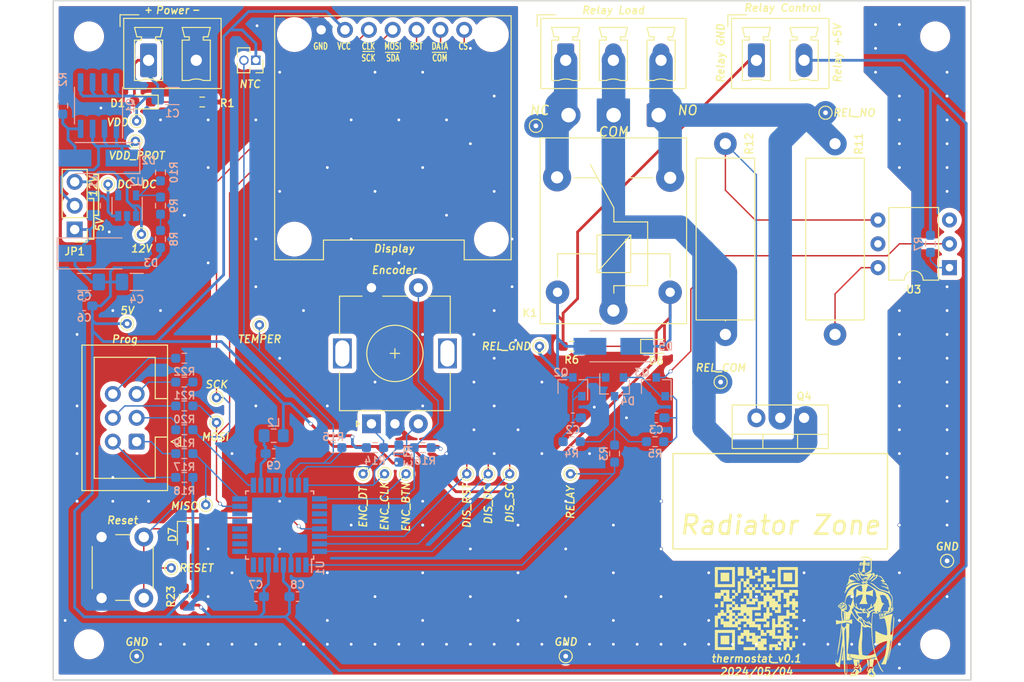
<source format=kicad_pcb>
(kicad_pcb (version 20171130) (host pcbnew "(5.1.12)-1")
  (title_block (title thermostat) (date 2024-05-04) (rev v0.1) (company piro.tex))
  (layers (0 F.Cu signal) (31 B.Cu signal) (34 B.Paste user) (35 F.Paste user) (36 B.SilkS user) (37 F.SilkS user) (38 B.Mask user) (39 F.Mask user) (44 Edge.Cuts user))
  (net 0 "")
  (net 1 GND)
  (net 2 VDD)
  (net 3 "Net-(C2-Pad2)")
  (net 4 "Net-(C3-Pad2)")
  (net 5 +5V)
  (net 6 +5VA)
  (net 7 "Net-(D1-Pad1)")
  (net 8 "Net-(D2-Pad2)")
  (net 9 /vdd_protect)
  (net 10 "Net-(D4-Pad3)")
  (net 11 /relay_gnd)
  (net 12 "Net-(D6-Pad1)")
  (net 13 "Net-(D7-Pad2)")
  (net 14 /reset)
  (net 15 /relay_nc)
  (net 16 /relay_com)
  (net 17 /relay_no)
  (net 18 "Net-(J5-Pad6)")
  (net 19 "Net-(J5-Pad4)")
  (net 20 "Net-(J5-Pad2)")
  (net 21 "Net-(J5-Pad5)")
  (net 22 "Net-(J5-Pad3)")
  (net 23 "Net-(J5-Pad1)")
  (net 24 /display_cs)
  (net 25 /display_dc)
  (net 26 /display_rst)
  (net 27 /mosi)
  (net 28 /sck)
  (net 29 +12V)
  (net 30 /dc_dc)
  (net 31 "Net-(Q3-Pad3)")
  (net 32 "Net-(Q4-Pad3)")
  (net 33 /relay)
  (net 34 "Net-(R7-Pad2)")
  (net 35 "Net-(R8-Pad2)")
  (net 36 "Net-(R10-Pad1)")
  (net 37 "Net-(R11-Pad2)")
  (net 38 /enc_dt)
  (net 39 /temper)
  (net 40 /enc_btn)
  (net 41 /miso)
  (net 42 "Net-(U1-Pad28)")
  (net 43 "Net-(U1-Pad27)")
  (net 44 "Net-(U1-Pad26)")
  (net 45 "Net-(U1-Pad20)")
  (net 46 "Net-(U1-Pad19)")
  (net 47 "Net-(U1-Pad14)")
  (net 48 "Net-(U1-Pad13)")
  (net 49 "Net-(U1-Pad12)")
  (net 50 "Net-(U1-Pad11)")
  (net 51 "Net-(U1-Pad8)")
  (net 52 "Net-(U1-Pad7)")
  (net 53 "Net-(U3-Pad3)")
  (net 54 "Net-(U3-Pad5)")
  (net 55 /enc_clk)
  (net 56 "Net-(U1-Pad10)")
  (net 57 "Net-(U1-Pad9)")
  (net 58 "Net-(U1-Pad2)")
  (module Resistor_THT:R_Axial_DIN0617_L17.0mm_D6.0mm_P20.32mm_Horizontal (layer F.Cu) (at 174.498 76.2 90)
    (fp_text reference R12 (at 20.32 2.54 90) (layer F.SilkS) (effects (font (size 0.8 0.8))))
    (fp_text value 360/3W)
    (pad 2 thru_hole oval (at 20.32 0 90) (size 2.4 2.4) (drill 1.2) (layers *.Cu *.Mask) (net 32 "Net-(Q4-Pad3)"))
    (pad 1 thru_hole circle (at 0 0 90) (size 2.4 2.4) (drill 1.2) (layers *.Cu *.Mask) (net 16 /relay_com))
  )
  (module MountingHole:MountingHole_2.2mm_M2 (layer B.Cu) (at 189.23 91.44)
    (fp_text reference REF** hide)
    (fp_text value MountingHole_2.2mm_M2)
    (pad 1 np_thru_hole circle (at 0 0) (size 2.2 2.2) (drill 2.2) (layers *.Cu *.Mask))
  )
  (module MountingHole:MountingHole_2.2mm_M2 (layer B.Cu) (at 171.45 91.44)
    (fp_text reference REF** hide)
    (fp_text value MountingHole_2.2mm_M2)
    (pad 1 np_thru_hole circle (at 0 0) (size 2.2 2.2) (drill 2.2) (layers *.Cu *.Mask))
  )
  (module mine:knight_10x13mm (layer F.Cu) (at 189.357 106.299)
    (fp_text reference G*** hide)
    (fp_text value LOGO hide)
  )
  (module mine:qr_code (layer F.Cu) (at 177.8 105.41)
    (fp_text reference G*** hide)
    (fp_text value LOGO hide)
  )
  (module MountingHole:MountingHole_2.2mm_M2 (layer F.Cu) (at 106.68 44.45)
    (fp_text reference REF** hide)
    (fp_text value MountingHole_2.2mm_M2)
    (pad 1 np_thru_hole circle (at 0 0) (size 2.2 2.2) (drill 2.2) (layers *.Cu *.Mask))
  )
  (module Package_QFP:TQFP-32_7x7mm_P0.8mm (layer B.Cu) (at 127 96.52 90)
    (fp_text reference U1 (at -4.572 4.318 270) (layer B.SilkS) (effects (font (size 0.8 0.8)) (justify mirror)))
    (fp_text value ATmega48-20AU)
    (pad 32 smd rect (at -2.8 4.25) (size 1.6 0.55) (layers B.Cu B.Paste B.Mask) (net 24 /display_cs))
    (pad 31 smd rect (at -2 4.25) (size 1.6 0.55) (layers B.Cu B.Paste B.Mask) (net 25 /display_dc))
    (pad 30 smd rect (at -1.2 4.25) (size 1.6 0.55) (layers B.Cu B.Paste B.Mask) (net 26 /display_rst))
    (pad 29 smd rect (at -0.4 4.25) (size 1.6 0.55) (layers B.Cu B.Paste B.Mask) (net 14 /reset))
    (pad 28 smd rect (at 0.4 4.25) (size 1.6 0.55) (layers B.Cu B.Paste B.Mask) (net 42 "Net-(U1-Pad28)"))
    (pad 27 smd rect (at 1.2 4.25) (size 1.6 0.55) (layers B.Cu B.Paste B.Mask) (net 43 "Net-(U1-Pad27)"))
    (pad 26 smd rect (at 2 4.25) (size 1.6 0.55) (layers B.Cu B.Paste B.Mask) (net 44 "Net-(U1-Pad26)"))
    (pad 25 smd rect (at 2.8 4.25) (size 1.6 0.55) (layers B.Cu B.Paste B.Mask) (net 40 /enc_btn))
    (pad 24 smd rect (at 4.25 2.8 90) (size 1.6 0.55) (layers B.Cu B.Paste B.Mask) (net 55 /enc_clk))
    (pad 23 smd rect (at 4.25 2 90) (size 1.6 0.55) (layers B.Cu B.Paste B.Mask) (net 38 /enc_dt))
    (pad 22 smd rect (at 4.25 1.2 90) (size 1.6 0.55) (layers B.Cu B.Paste B.Mask) (net 39 /temper))
    (pad 21 smd rect (at 4.25 0.4 90) (size 1.6 0.55) (layers B.Cu B.Paste B.Mask) (net 1 GND))
    (pad 20 smd rect (at 4.25 -0.4 90) (size 1.6 0.55) (layers B.Cu B.Paste B.Mask) (net 45 "Net-(U1-Pad20)"))
    (pad 19 smd rect (at 4.25 -1.2 90) (size 1.6 0.55) (layers B.Cu B.Paste B.Mask) (net 46 "Net-(U1-Pad19)"))
    (pad 18 smd rect (at 4.25 -2 90) (size 1.6 0.55) (layers B.Cu B.Paste B.Mask) (net 6 +5VA))
    (pad 17 smd rect (at 4.25 -2.8 90) (size 1.6 0.55) (layers B.Cu B.Paste B.Mask) (net 28 /sck))
    (pad 16 smd rect (at 2.8 -4.25) (size 1.6 0.55) (layers B.Cu B.Paste B.Mask) (net 41 /miso))
    (pad 15 smd rect (at 2 -4.25) (size 1.6 0.55) (layers B.Cu B.Paste B.Mask) (net 27 /mosi))
    (pad 14 smd rect (at 1.2 -4.25) (size 1.6 0.55) (layers B.Cu B.Paste B.Mask) (net 47 "Net-(U1-Pad14)"))
    (pad 13 smd rect (at 0.4 -4.25) (size 1.6 0.55) (layers B.Cu B.Paste B.Mask) (net 48 "Net-(U1-Pad13)"))
    (pad 12 smd rect (at -0.4 -4.25) (size 1.6 0.55) (layers B.Cu B.Paste B.Mask) (net 49 "Net-(U1-Pad12)"))
    (pad 11 smd rect (at -1.2 -4.25) (size 1.6 0.55) (layers B.Cu B.Paste B.Mask) (net 50 "Net-(U1-Pad11)"))
    (pad 10 smd rect (at -2 -4.25) (size 1.6 0.55) (layers B.Cu B.Paste B.Mask) (net 56 "Net-(U1-Pad10)"))
    (pad 9 smd rect (at -2.8 -4.25) (size 1.6 0.55) (layers B.Cu B.Paste B.Mask) (net 57 "Net-(U1-Pad9)"))
    (pad 8 smd rect (at -4.25 -2.8 90) (size 1.6 0.55) (layers B.Cu B.Paste B.Mask) (net 51 "Net-(U1-Pad8)"))
    (pad 7 smd rect (at -4.25 -2 90) (size 1.6 0.55) (layers B.Cu B.Paste B.Mask) (net 52 "Net-(U1-Pad7)"))
    (pad 6 smd rect (at -4.25 -1.2 90) (size 1.6 0.55) (layers B.Cu B.Paste B.Mask) (net 5 +5V))
    (pad 5 smd rect (at -4.25 -0.4 90) (size 1.6 0.55) (layers B.Cu B.Paste B.Mask) (net 1 GND))
    (pad 4 smd rect (at -4.25 0.4 90) (size 1.6 0.55) (layers B.Cu B.Paste B.Mask) (net 5 +5V))
    (pad 3 smd rect (at -4.25 1.2 90) (size 1.6 0.55) (layers B.Cu B.Paste B.Mask) (net 1 GND))
    (pad 2 smd rect (at -4.25 2 90) (size 1.6 0.55) (layers B.Cu B.Paste B.Mask) (net 58 "Net-(U1-Pad2)"))
    (pad 1 smd rect (at -4.25 2.8 90) (size 1.6 0.55) (layers B.Cu B.Paste B.Mask) (net 33 /relay))
  )
  (module Connector_Wire:SolderWire-0.75sqmm_1x03_P4.8mm_D1.25mm_OD2.3mm (layer F.Cu) (at 167.386 52.832 180)
    (fp_text reference J3 hide)
    (fp_text value Relay_Load)
    (pad 3 thru_hole circle (at 9.6 0 180) (size 2.55 2.55) (drill 1.55) (layers *.Cu *.Mask) (net 15 /relay_nc))
    (pad 2 thru_hole circle (at 4.8 0 180) (size 2.55 2.55) (drill 1.55) (layers *.Cu *.Mask) (net 16 /relay_com))
    (pad 1 thru_hole roundrect (at 0 0 180) (size 2.55 2.55) (drill 1.55) (layers *.Cu *.Mask) (roundrect_rratio 0.09803882352941176) (net 17 /relay_no))
  )
  (module MountingHole:MountingHole_2.2mm_M2 (layer F.Cu) (at 106.68 109.22)
    (fp_text reference REF** hide)
    (fp_text value MountingHole_2.2mm_M2)
    (pad 1 np_thru_hole circle (at 0 0) (size 2.2 2.2) (drill 2.2) (layers *.Cu *.Mask))
  )
  (module MountingHole:MountingHole_2.2mm_M2 (layer F.Cu) (at 196.85 109.22)
    (fp_text reference REF** hide)
    (fp_text value MountingHole_2.2mm_M2)
    (pad 1 np_thru_hole circle (at 0 0) (size 2.2 2.2) (drill 2.2) (layers *.Cu *.Mask))
  )
  (module MountingHole:MountingHole_2.2mm_M2 (layer F.Cu) (at 196.85 44.45)
    (fp_text reference REF** hide)
    (fp_text value MountingHole_2.2mm_M2)
    (pad 1 np_thru_hole circle (at 0 0) (size 2.2 2.2) (drill 2.2) (layers *.Cu *.Mask))
  )
  (module Package_DIP:DIP-6_W7.62mm (layer F.Cu) (at 198.374 69.088 180)
    (fp_text reference U3 (at 3.81 -2.33) (layer F.SilkS) (effects (font (size 0.8 0.8))))
    (fp_text value MOC3063M)
    (pad 6 thru_hole oval (at 7.62 0 180) (size 1.6 1.6) (drill 0.8) (layers *.Cu *.Mask) (net 37 "Net-(R11-Pad2)"))
    (pad 3 thru_hole oval (at 0 5.08 180) (size 1.6 1.6) (drill 0.8) (layers *.Cu *.Mask) (net 53 "Net-(U3-Pad3)"))
    (pad 5 thru_hole oval (at 7.62 2.54 180) (size 1.6 1.6) (drill 0.8) (layers *.Cu *.Mask) (net 54 "Net-(U3-Pad5)"))
    (pad 2 thru_hole oval (at 0 2.54 180) (size 1.6 1.6) (drill 0.8) (layers *.Cu *.Mask) (net 31 "Net-(Q3-Pad3)"))
    (pad 4 thru_hole oval (at 7.62 5.08 180) (size 1.6 1.6) (drill 0.8) (layers *.Cu *.Mask) (net 32 "Net-(Q4-Pad3)"))
    (pad 1 thru_hole rect (at 0 0 180) (size 1.6 1.6) (drill 0.8) (layers *.Cu *.Mask) (net 34 "Net-(R7-Pad2)"))
  )
  (module Package_TO_SOT_SMD:SOT-23-5 (layer B.Cu) (at 110.744 62.484 90)
    (fp_text reference U2 (at 2.54 1.016 180) (layer B.SilkS) (effects (font (size 0.8 0.8)) (justify mirror)))
    (fp_text value TPS560200)
    (pad 1 smd rect (at -1.1 0.95 90) (size 1.06 0.65) (layers B.Cu B.Paste B.Mask) (net 29 +12V))
    (pad 2 smd rect (at -1.1 0 90) (size 1.06 0.65) (layers B.Cu B.Paste B.Mask) (net 1 GND))
    (pad 3 smd rect (at -1.1 -0.95 90) (size 1.06 0.65) (layers B.Cu B.Paste B.Mask) (net 30 /dc_dc))
    (pad 4 smd rect (at 1.1 -0.95 90) (size 1.06 0.65) (layers B.Cu B.Paste B.Mask) (net 29 +12V))
    (pad 5 smd rect (at 1.1 0.95 90) (size 1.06 0.65) (layers B.Cu B.Paste B.Mask) (net 36 "Net-(R10-Pad1)"))
  )
  (module TestPoint:TestPoint_THTPad_D1.0mm_Drill0.5mm (layer F.Cu) (at 185.166 52.578)
    (fp_text reference TP24 hide)
    (fp_text value REL_NO)
    (pad 1 thru_hole circle (at 0 0) (size 1 1) (drill 0.5) (layers *.Cu *.Mask) (net 17 /relay_no))
  )
  (module TestPoint:TestPoint_THTPad_D1.0mm_Drill0.5mm (layer F.Cu) (at 154.305 53.975)
    (fp_text reference TP23 hide)
    (fp_text value REL_NC)
    (pad 1 thru_hole circle (at 0 0) (size 1 1) (drill 0.5) (layers *.Cu *.Mask) (net 15 /relay_nc))
  )
  (module TestPoint:TestPoint_THTPad_D1.0mm_Drill0.5mm (layer F.Cu) (at 173.99 81.28)
    (fp_text reference TP22 hide)
    (fp_text value REL_COM)
    (pad 1 thru_hole circle (at 0 0) (size 1 1) (drill 0.5) (layers *.Cu *.Mask) (net 16 /relay_com))
  )
  (module TestPoint:TestPoint_THTPad_D1.0mm_Drill0.5mm (layer F.Cu) (at 154.686 77.47)
    (fp_text reference TP21 hide)
    (fp_text value REL_GND)
    (pad 1 thru_hole circle (at 0 0) (size 1 1) (drill 0.5) (layers *.Cu *.Mask) (net 11 /relay_gnd))
  )
  (module TestPoint:TestPoint_THTPad_D1.0mm_Drill0.5mm (layer F.Cu) (at 124.841 75.184)
    (fp_text reference TP20 hide)
    (fp_text value TEMPER)
    (pad 1 thru_hole circle (at 0 0) (size 1 1) (drill 0.5) (layers *.Cu *.Mask) (net 39 /temper))
  )
  (module TestPoint:TestPoint_THTPad_D1.0mm_Drill0.5mm (layer F.Cu) (at 115.443 101.092)
    (fp_text reference TP19 hide)
    (fp_text value RESET)
    (pad 1 thru_hole circle (at 0 0) (size 1 1) (drill 0.5) (layers *.Cu *.Mask) (net 14 /reset))
  )
  (module TestPoint:TestPoint_THTPad_D1.0mm_Drill0.5mm (layer F.Cu) (at 120.269 82.931)
    (fp_text reference TP18 hide)
    (fp_text value SCK)
    (pad 1 thru_hole circle (at 0 0) (size 1 1) (drill 0.5) (layers *.Cu *.Mask) (net 28 /sck))
  )
  (module TestPoint:TestPoint_THTPad_D1.0mm_Drill0.5mm (layer F.Cu) (at 151.511 91.059)
    (fp_text reference TP17 hide)
    (fp_text value DIS_CS)
    (pad 1 thru_hole circle (at 0 0) (size 1 1) (drill 0.5) (layers *.Cu *.Mask) (net 24 /display_cs))
  )
  (module TestPoint:TestPoint_THTPad_D1.0mm_Drill0.5mm (layer F.Cu) (at 146.939 91.059)
    (fp_text reference TP16 hide)
    (fp_text value DIS_RST)
    (pad 1 thru_hole circle (at 0 0) (size 1 1) (drill 0.5) (layers *.Cu *.Mask) (net 26 /display_rst))
  )
  (module TestPoint:TestPoint_THTPad_D1.0mm_Drill0.5mm (layer F.Cu) (at 149.225 91.059)
    (fp_text reference TP15 hide)
    (fp_text value DIS_DC)
    (pad 1 thru_hole circle (at 0 0) (size 1 1) (drill 0.5) (layers *.Cu *.Mask) (net 25 /display_dc))
  )
  (module TestPoint:TestPoint_THTPad_D1.0mm_Drill0.5mm (layer F.Cu) (at 138.176 91.059)
    (fp_text reference TP14 hide)
    (fp_text value ENC_CLK)
    (pad 1 thru_hole circle (at 0 0) (size 1 1) (drill 0.5) (layers *.Cu *.Mask) (net 55 /enc_clk))
  )
  (module TestPoint:TestPoint_THTPad_D1.0mm_Drill0.5mm (layer F.Cu) (at 135.89 91.059)
    (fp_text reference TP13 hide)
    (fp_text value ENC_DT)
    (pad 1 thru_hole circle (at 0 0) (size 1 1) (drill 0.5) (layers *.Cu *.Mask) (net 38 /enc_dt))
  )
  (module TestPoint:TestPoint_THTPad_D1.0mm_Drill0.5mm (layer F.Cu) (at 140.462 91.059)
    (fp_text reference TP12 hide)
    (fp_text value ENC_BTN)
    (pad 1 thru_hole circle (at 0 0) (size 1 1) (drill 0.5) (layers *.Cu *.Mask) (net 40 /enc_btn))
  )
  (module TestPoint:TestPoint_THTPad_D1.0mm_Drill0.5mm (layer F.Cu) (at 111.633 55.626)
    (fp_text reference TP11 hide)
    (fp_text value VDD_PROT)
    (pad 1 thru_hole circle (at 0 0) (size 1 1) (drill 0.5) (layers *.Cu *.Mask) (net 9 /vdd_protect))
  )
  (module TestPoint:TestPoint_THTPad_D1.0mm_Drill0.5mm (layer F.Cu) (at 108.712 60.198)
    (fp_text reference TP10 hide)
    (fp_text value DC-DC)
    (pad 1 thru_hole circle (at 0 0) (size 1 1) (drill 0.5) (layers *.Cu *.Mask) (net 30 /dc_dc))
  )
  (module TestPoint:TestPoint_THTPad_D1.0mm_Drill0.5mm (layer F.Cu) (at 198.12 100.33)
    (fp_text reference TP9 hide)
    (fp_text value GND)
    (pad 1 thru_hole circle (at 0 0) (size 1 1) (drill 0.5) (layers *.Cu *.Mask) (net 1 GND))
  )
  (module TestPoint:TestPoint_THTPad_D1.0mm_Drill0.5mm (layer F.Cu) (at 110.744 75.057)
    (fp_text reference TP8 hide)
    (fp_text value 5V)
    (pad 1 thru_hole circle (at 0 0) (size 1 1) (drill 0.5) (layers *.Cu *.Mask) (net 5 +5V))
  )
  (module TestPoint:TestPoint_THTPad_D1.0mm_Drill0.5mm (layer F.Cu) (at 111.76 110.49)
    (fp_text reference TP7 hide)
    (fp_text value GND)
    (pad 1 thru_hole circle (at 0 0) (size 1 1) (drill 0.5) (layers *.Cu *.Mask) (net 1 GND))
  )
  (module TestPoint:TestPoint_THTPad_D1.0mm_Drill0.5mm (layer F.Cu) (at 112.268 65.532)
    (fp_text reference TP6 hide)
    (fp_text value 12V)
    (pad 1 thru_hole circle (at 0 0) (size 1 1) (drill 0.5) (layers *.Cu *.Mask) (net 29 +12V))
  )
  (module TestPoint:TestPoint_THTPad_D1.0mm_Drill0.5mm (layer F.Cu) (at 157.48 110.49)
    (fp_text reference TP5 hide)
    (fp_text value GND)
    (pad 1 thru_hole circle (at 0 0) (size 1 1) (drill 0.5) (layers *.Cu *.Mask) (net 1 GND))
  )
  (module TestPoint:TestPoint_THTPad_D1.0mm_Drill0.5mm (layer F.Cu) (at 111.76 53.467)
    (fp_text reference TP4 hide)
    (fp_text value VDD)
    (pad 1 thru_hole circle (at 0 0) (size 1 1) (drill 0.5) (layers *.Cu *.Mask) (net 2 VDD))
  )
  (module TestPoint:TestPoint_THTPad_D1.0mm_Drill0.5mm (layer F.Cu) (at 119.126 94.361)
    (fp_text reference TP3 hide)
    (fp_text value MISO)
    (pad 1 thru_hole circle (at 0 0) (size 1 1) (drill 0.5) (layers *.Cu *.Mask) (net 41 /miso))
  )
  (module TestPoint:TestPoint_THTPad_D1.0mm_Drill0.5mm (layer F.Cu) (at 120.269 85.598)
    (fp_text reference TP2 hide)
    (fp_text value MOSI)
    (pad 1 thru_hole circle (at 0 0) (size 1 1) (drill 0.5) (layers *.Cu *.Mask) (net 27 /mosi))
  )
  (module TestPoint:TestPoint_THTPad_D1.0mm_Drill0.5mm (layer F.Cu) (at 157.988 91.059)
    (fp_text reference TP1 hide)
    (fp_text value RELAY)
    (pad 1 thru_hole circle (at 0 0) (size 1 1) (drill 0.5) (layers *.Cu *.Mask) (net 33 /relay))
  )
  (module Connector_PinSocket_1.27mm:PinSocket_1x02_P1.27mm_Vertical (layer F.Cu) (at 124.46 46.99 270)
    (fp_text reference TH1 hide)
    (fp_text value 1k)
    (pad 2 thru_hole oval (at 0 1.27 270) (size 1 1) (drill 0.7) (layers *.Cu *.Mask) (net 39 /temper))
    (pad 1 thru_hole rect (at 0 0 270) (size 1 1) (drill 0.7) (layers *.Cu *.Mask) (net 5 +5V))
  )
  (module Button_Switch_THT:SW_PUSH_6mm (layer F.Cu) (at 112.522 97.79 270)
    (fp_text reference SW2 hide)
    (fp_text value Reset)
    (pad 1 thru_hole circle (at 6.5 0) (size 2 2) (drill 1.1) (layers *.Cu *.Mask) (net 14 /reset))
    (pad 2 thru_hole circle (at 6.5 4.5) (size 2 2) (drill 1.1) (layers *.Cu *.Mask) (net 1 GND))
    (pad 1 thru_hole circle (at 0 0) (size 2 2) (drill 1.1) (layers *.Cu *.Mask) (net 14 /reset))
    (pad 2 thru_hole circle (at 0 4.5) (size 2 2) (drill 1.1) (layers *.Cu *.Mask) (net 1 GND))
  )
  (module Rotary_Encoder:RotaryEncoder_Alps_EC11E-Switch_Vertical_H20mm (layer F.Cu) (at 136.779 85.725 90)
    (fp_text reference SW1 hide)
    (fp_text value Encoder)
    (pad A thru_hole rect (at 0 0 90) (size 2 2) (drill 1) (layers *.Cu *.Mask) (net 38 /enc_dt))
    (pad C thru_hole circle (at 0 2.5 90) (size 2 2) (drill 1) (layers *.Cu *.Mask) (net 1 GND))
    (pad B thru_hole circle (at 0 5 90) (size 2 2) (drill 1) (layers *.Cu *.Mask) (net 55 /enc_clk))
    (pad MP thru_hole rect (at 7.5 -3.1 90) (size 3.2 2) (drill oval 2.8 1.5) (layers *.Cu *.Mask))
    (pad MP thru_hole rect (at 7.5 8.1 90) (size 3.2 2) (drill oval 2.8 1.5) (layers *.Cu *.Mask))
    (pad S2 thru_hole circle (at 14.5 0 90) (size 2 2) (drill 1) (layers *.Cu *.Mask) (net 1 GND))
    (pad S1 thru_hole circle (at 14.5 5 90) (size 2 2) (drill 1) (layers *.Cu *.Mask) (net 40 /enc_btn))
  )
  (module Resistor_SMD:R_0603_1608Metric_Pad0.98x0.95mm_HandSolder (layer F.Cu) (at 116.84 104.14 90)
    (fp_text reference R23 (at 0 -1.43 90) (layer F.SilkS) (effects (font (size 0.8 0.8))))
    (fp_text value 560)
    (pad 1 smd roundrect (at -0.9125 0 90) (size 0.975 0.95) (layers F.Cu F.Paste F.Mask) (net 5 +5V))
    (pad 2 smd roundrect (at 0.9125 0 90) (size 0.975 0.95) (layers F.Cu F.Paste F.Mask) (net 13 "Net-(D7-Pad2)"))
  )
  (module Resistor_SMD:R_0603_1608Metric_Pad0.98x0.95mm_HandSolder (layer B.Cu) (at 116.84 78.74)
    (fp_text reference R22 (at 0 1.43) (layer B.SilkS) (effects (font (size 0.8 0.8)) (justify mirror)))
    (fp_text value 1R8)
    (pad 2 smd roundrect (at 0.9125 0) (size 0.975 0.95) (layers B.Cu B.Paste B.Mask) (net 1 GND))
    (pad 1 smd roundrect (at -0.9125 0) (size 0.975 0.95) (layers B.Cu B.Paste B.Mask) (net 18 "Net-(J5-Pad6)"))
  )
  (module Resistor_SMD:R_0603_1608Metric_Pad0.98x0.95mm_HandSolder (layer B.Cu) (at 116.84 81.28)
    (fp_text reference R21 (at 0 1.43) (layer B.SilkS) (effects (font (size 0.8 0.8)) (justify mirror)))
    (fp_text value 10R)
    (pad 2 smd roundrect (at 0.9125 0) (size 0.975 0.95) (layers B.Cu B.Paste B.Mask) (net 14 /reset))
    (pad 1 smd roundrect (at -0.9125 0) (size 0.975 0.95) (layers B.Cu B.Paste B.Mask) (net 21 "Net-(J5-Pad5)"))
  )
  (module Resistor_SMD:R_0603_1608Metric_Pad0.98x0.95mm_HandSolder (layer B.Cu) (at 116.84 83.82)
    (fp_text reference R20 (at 0 1.43) (layer B.SilkS) (effects (font (size 0.8 0.8)) (justify mirror)))
    (fp_text value 10R)
    (pad 2 smd roundrect (at 0.9125 0) (size 0.975 0.95) (layers B.Cu B.Paste B.Mask) (net 27 /mosi))
    (pad 1 smd roundrect (at -0.9125 0) (size 0.975 0.95) (layers B.Cu B.Paste B.Mask) (net 19 "Net-(J5-Pad4)"))
  )
  (module Resistor_SMD:R_0603_1608Metric_Pad0.98x0.95mm_HandSolder (layer B.Cu) (at 116.84 86.36)
    (fp_text reference R19 (at 0 1.43) (layer B.SilkS) (effects (font (size 0.8 0.8)) (justify mirror)))
    (fp_text value 10R)
    (pad 2 smd roundrect (at 0.9125 0) (size 0.975 0.95) (layers B.Cu B.Paste B.Mask) (net 28 /sck))
    (pad 1 smd roundrect (at -0.9125 0) (size 0.975 0.95) (layers B.Cu B.Paste B.Mask) (net 22 "Net-(J5-Pad3)"))
  )
  (module Resistor_SMD:R_0603_1608Metric_Pad0.98x0.95mm_HandSolder (layer B.Cu) (at 116.84 91.44)
    (fp_text reference R18 (at 0 1.43) (layer B.SilkS) (effects (font (size 0.8 0.8)) (justify mirror)))
    (fp_text value 1R8)
    (pad 2 smd roundrect (at 0.9125 0) (size 0.975 0.95) (layers B.Cu B.Paste B.Mask) (net 5 +5V))
    (pad 1 smd roundrect (at -0.9125 0) (size 0.975 0.95) (layers B.Cu B.Paste B.Mask) (net 20 "Net-(J5-Pad2)"))
  )
  (module Resistor_SMD:R_0603_1608Metric_Pad0.98x0.95mm_HandSolder (layer B.Cu) (at 116.84 88.9)
    (fp_text reference R17 (at 0 1.43) (layer B.SilkS) (effects (font (size 0.8 0.8)) (justify mirror)))
    (fp_text value 10R)
    (pad 2 smd roundrect (at 0.9125 0) (size 0.975 0.95) (layers B.Cu B.Paste B.Mask) (net 41 /miso))
    (pad 1 smd roundrect (at -0.9125 0) (size 0.975 0.95) (layers B.Cu B.Paste B.Mask) (net 23 "Net-(J5-Pad1)"))
  )
  (module Resistor_SMD:R_0603_1608Metric_Pad0.98x0.95mm_HandSolder (layer B.Cu) (at 142.24 88.265 180)
    (fp_text reference R16 (at -0.254 -1.397) (layer B.SilkS) (effects (font (size 0.8 0.8)) (justify mirror)))
    (fp_text value 10k)
    (pad 2 smd roundrect (at 0.9125 0 180) (size 0.975 0.95) (layers B.Cu B.Paste B.Mask) (net 40 /enc_btn))
    (pad 1 smd roundrect (at -0.9125 0 180) (size 0.975 0.95) (layers B.Cu B.Paste B.Mask) (net 5 +5V))
  )
  (module Resistor_SMD:R_0603_1608Metric_Pad0.98x0.95mm_HandSolder (layer B.Cu) (at 132.715 88.265 180)
    (fp_text reference R15 (at 0 1.143) (layer B.SilkS) (effects (font (size 0.8 0.8)) (justify mirror)))
    (fp_text value 1k)
    (pad 2 smd roundrect (at 0.9125 0 180) (size 0.975 0.95) (layers B.Cu B.Paste B.Mask) (net 1 GND))
    (pad 1 smd roundrect (at -0.9125 0 180) (size 0.975 0.95) (layers B.Cu B.Paste B.Mask) (net 39 /temper))
  )
  (module Resistor_SMD:R_0603_1608Metric_Pad0.98x0.95mm_HandSolder (layer B.Cu) (at 137.16 88.265)
    (fp_text reference R14 (at 0 1.397) (layer B.SilkS) (effects (font (size 0.8 0.8)) (justify mirror)))
    (fp_text value 10k)
    (pad 2 smd roundrect (at 0.9125 0) (size 0.975 0.95) (layers B.Cu B.Paste B.Mask) (net 38 /enc_dt))
    (pad 1 smd roundrect (at -0.9125 0) (size 0.975 0.95) (layers B.Cu B.Paste B.Mask) (net 5 +5V))
  )
  (module Resistor_SMD:R_0603_1608Metric_Pad0.98x0.95mm_HandSolder (layer B.Cu) (at 139.7 88.9 90)
    (fp_text reference R13 (at -0.254 1.016 90) (layer B.SilkS) (effects (font (size 0.8 0.8)) (justify mirror)))
    (fp_text value 10k)
    (pad 1 smd roundrect (at -0.9125 0 90) (size 0.975 0.95) (layers B.Cu B.Paste B.Mask) (net 5 +5V))
    (pad 2 smd roundrect (at 0.9125 0 90) (size 0.975 0.95) (layers B.Cu B.Paste B.Mask) (net 55 /enc_clk))
  )
  (module Resistor_THT:R_Axial_DIN0617_L17.0mm_D6.0mm_P20.32mm_Horizontal (layer F.Cu) (at 186.182 55.88 270)
    (fp_text reference R11 (at 0 -2.54 90) (layer F.SilkS) (effects (font (size 0.8 0.8))))
    (fp_text value 360/3W)
    (pad 2 thru_hole oval (at 20.32 0 270) (size 2.4 2.4) (drill 1.2) (layers *.Cu *.Mask) (net 37 "Net-(R11-Pad2)"))
    (pad 1 thru_hole circle (at 0 0 270) (size 2.4 2.4) (drill 1.2) (layers *.Cu *.Mask) (net 17 /relay_no))
  )
  (module Resistor_SMD:R_0603_1608Metric_Pad0.98x0.95mm_HandSolder (layer B.Cu) (at 114.3 58.928 90)
    (fp_text reference R10 (at 0 1.43 90) (layer B.SilkS) (effects (font (size 0.8 0.8)) (justify mirror)))
    (fp_text value 20k)
    (pad 1 smd roundrect (at -0.9125 0 90) (size 0.975 0.95) (layers B.Cu B.Paste B.Mask) (net 36 "Net-(R10-Pad1)"))
    (pad 2 smd roundrect (at 0.9125 0 90) (size 0.975 0.95) (layers B.Cu B.Paste B.Mask) (net 1 GND))
  )
  (module Resistor_SMD:R_0603_1608Metric_Pad0.98x0.95mm_HandSolder (layer B.Cu) (at 114.3 62.484 90)
    (fp_text reference R9 (at 0 1.43 90) (layer B.SilkS) (effects (font (size 0.8 0.8)) (justify mirror)))
    (fp_text value 5k)
    (pad 1 smd roundrect (at -0.9125 0 90) (size 0.975 0.95) (layers B.Cu B.Paste B.Mask) (net 35 "Net-(R8-Pad2)"))
    (pad 2 smd roundrect (at 0.9125 0 90) (size 0.975 0.95) (layers B.Cu B.Paste B.Mask) (net 36 "Net-(R10-Pad1)"))
  )
  (module Resistor_SMD:R_0603_1608Metric_Pad0.98x0.95mm_HandSolder (layer B.Cu) (at 114.3 66.04 90)
    (fp_text reference R8 (at 0 1.43 90) (layer B.SilkS) (effects (font (size 0.8 0.8)) (justify mirror)))
    (fp_text value 100k)
    (pad 1 smd roundrect (at -0.9125 0 90) (size 0.975 0.95) (layers B.Cu B.Paste B.Mask) (net 5 +5V))
    (pad 2 smd roundrect (at 0.9125 0 90) (size 0.975 0.95) (layers B.Cu B.Paste B.Mask) (net 35 "Net-(R8-Pad2)"))
  )
  (module Resistor_SMD:R_0603_1608Metric_Pad0.98x0.95mm_HandSolder (layer B.Cu) (at 196.342 66.548 270)
    (fp_text reference R7 (at 0 1.27 90) (layer B.SilkS) (effects (font (size 0.8 0.8)) (justify mirror)))
    (fp_text value 510)
    (pad 2 smd roundrect (at 0.9125 0 270) (size 0.975 0.95) (layers B.Cu B.Paste B.Mask) (net 34 "Net-(R7-Pad2)"))
    (pad 1 smd roundrect (at -0.9125 0 270) (size 0.975 0.95) (layers B.Cu B.Paste B.Mask) (net 5 +5V))
  )
  (module Resistor_SMD:R_0603_1608Metric_Pad0.98x0.95mm_HandSolder (layer F.Cu) (at 158.115 77.47 180)
    (fp_text reference R6 (at 0 -1.43) (layer F.SilkS) (effects (font (size 0.8 0.8))))
    (fp_text value 1k)
    (pad 2 smd roundrect (at 0.9125 0 180) (size 0.975 0.95) (layers F.Cu F.Paste F.Mask) (net 11 /relay_gnd))
    (pad 1 smd roundrect (at -0.9125 0 180) (size 0.975 0.95) (layers F.Cu F.Paste F.Mask) (net 12 "Net-(D6-Pad1)"))
  )
  (module Resistor_SMD:R_0603_1608Metric_Pad0.98x0.95mm_HandSolder (layer B.Cu) (at 167.005 87.63 180)
    (fp_text reference R5 (at 0 -1.27) (layer B.SilkS) (effects (font (size 0.8 0.8)) (justify mirror)))
    (fp_text value 100k)
    (pad 2 smd roundrect (at 0.9125 0 180) (size 0.975 0.95) (layers B.Cu B.Paste B.Mask) (net 10 "Net-(D4-Pad3)"))
    (pad 1 smd roundrect (at -0.9125 0 180) (size 0.975 0.95) (layers B.Cu B.Paste B.Mask) (net 4 "Net-(C3-Pad2)"))
  )
  (module Resistor_SMD:R_0603_1608Metric_Pad0.98x0.95mm_HandSolder (layer B.Cu) (at 158.115 87.63)
    (fp_text reference R4 (at 0 1.27) (layer B.SilkS) (effects (font (size 0.8 0.8)) (justify mirror)))
    (fp_text value 100k)
    (pad 2 smd roundrect (at 0.9125 0) (size 0.975 0.95) (layers B.Cu B.Paste B.Mask) (net 10 "Net-(D4-Pad3)"))
    (pad 1 smd roundrect (at -0.9125 0) (size 0.975 0.95) (layers B.Cu B.Paste B.Mask) (net 3 "Net-(C2-Pad2)"))
  )
  (module Resistor_SMD:R_0603_1608Metric_Pad0.98x0.95mm_HandSolder (layer B.Cu) (at 162.687 88.9 270)
    (fp_text reference R3 (at 0 1.143 90) (layer B.SilkS) (effects (font (size 0.8 0.8)) (justify mirror)))
    (fp_text value 1k)
    (pad 2 smd roundrect (at 0.9125 0 270) (size 0.975 0.95) (layers B.Cu B.Paste B.Mask) (net 33 /relay))
    (pad 1 smd roundrect (at -0.9125 0 270) (size 0.975 0.95) (layers B.Cu B.Paste B.Mask) (net 10 "Net-(D4-Pad3)"))
  )
  (module Resistor_SMD:R_0603_1608Metric_Pad0.98x0.95mm_HandSolder (layer B.Cu) (at 103.886 51.816 90)
    (fp_text reference R2 (at 2.794 0 90) (layer B.SilkS) (effects (font (size 0.8 0.8)) (justify mirror)))
    (fp_text value 100k)
    (pad 1 smd roundrect (at -0.9125 0 90) (size 0.975 0.95) (layers B.Cu B.Paste B.Mask) (net 8 "Net-(D2-Pad2)"))
    (pad 2 smd roundrect (at 0.9125 0 90) (size 0.975 0.95) (layers B.Cu B.Paste B.Mask) (net 1 GND))
  )
  (module Resistor_SMD:R_0603_1608Metric_Pad0.98x0.95mm_HandSolder (layer F.Cu) (at 118.745 51.435)
    (fp_text reference R1 (at 2.667 0.127) (layer F.SilkS) (effects (font (size 0.8 0.8))))
    (fp_text value 1k)
    (pad 1 smd roundrect (at -0.9125 0) (size 0.975 0.95) (layers F.Cu F.Paste F.Mask) (net 7 "Net-(D1-Pad1)"))
    (pad 2 smd roundrect (at 0.9125 0) (size 0.975 0.95) (layers F.Cu F.Paste F.Mask) (net 1 GND))
  )
  (module Package_TO_SOT_THT:TO-220-3_Vertical (layer F.Cu) (at 182.88 85.09 180)
    (fp_text reference Q4 (at 0 2.286) (layer F.SilkS) (effects (font (size 0.8 0.8))))
    (fp_text value BTA216)
    (pad 3 thru_hole oval (at 5.08 0 180) (size 1.905 2) (drill 1.1) (layers *.Cu *.Mask) (net 32 "Net-(Q4-Pad3)"))
    (pad 2 thru_hole oval (at 2.54 0 180) (size 1.905 2) (drill 1.1) (layers *.Cu *.Mask) (net 17 /relay_no))
    (pad 1 thru_hole rect (at 0 0 180) (size 1.905 2) (drill 1.1) (layers *.Cu *.Mask) (net 16 /relay_com))
  )
  (module Package_TO_SOT_SMD:SOT-23 (layer B.Cu) (at 167.132 81.788 90)
    (fp_text reference Q3 (at 1.524 -1.524 180) (layer B.SilkS) (effects (font (size 0.8 0.8)) (justify mirror)))
    (fp_text value AO3400A)
    (pad 3 smd rect (at 1 0 90) (size 0.9 0.8) (layers B.Cu B.Paste B.Mask) (net 31 "Net-(Q3-Pad3)"))
    (pad 2 smd rect (at -1 -0.95 90) (size 0.9 0.8) (layers B.Cu B.Paste B.Mask) (net 1 GND))
    (pad 1 smd rect (at -1 0.95 90) (size 0.9 0.8) (layers B.Cu B.Paste B.Mask) (net 4 "Net-(C3-Pad2)"))
  )
  (module Package_TO_SOT_SMD:SOT-23 (layer B.Cu) (at 158.242 81.788 90)
    (fp_text reference Q2 (at 1.524 -1.27 180) (layer B.SilkS) (effects (font (size 0.8 0.8)) (justify mirror)))
    (fp_text value AO3400A)
    (pad 3 smd rect (at 1 0 90) (size 0.9 0.8) (layers B.Cu B.Paste B.Mask) (net 11 /relay_gnd))
    (pad 2 smd rect (at -1 -0.95 90) (size 0.9 0.8) (layers B.Cu B.Paste B.Mask) (net 1 GND))
    (pad 1 smd rect (at -1 0.95 90) (size 0.9 0.8) (layers B.Cu B.Paste B.Mask) (net 3 "Net-(C2-Pad2)"))
  )
  (module Package_SO:SOIC-8_3.9x4.9mm_P1.27mm (layer B.Cu) (at 107.696 51.816 90)
    (fp_text reference Q1 (at 0 3.4 90) (layer B.SilkS) (effects (font (size 0.8 0.8)) (justify mirror)))
    (fp_text value AO4409)
    (pad 1 smd rect (at -2.475 1.905 90) (size 1.95 0.6) (layers B.Cu B.Paste B.Mask) (net 9 /vdd_protect))
    (pad 2 smd roundrect (at -2.475 0.635 90) (size 1.95 0.6) (layers B.Cu B.Paste B.Mask) (net 9 /vdd_protect))
    (pad 3 smd roundrect (at -2.475 -0.635 90) (size 1.95 0.6) (layers B.Cu B.Paste B.Mask) (net 9 /vdd_protect))
    (pad 4 smd roundrect (at -2.475 -1.905 90) (size 1.95 0.6) (layers B.Cu B.Paste B.Mask) (net 8 "Net-(D2-Pad2)"))
    (pad 5 smd roundrect (at 2.475 -1.905 90) (size 1.95 0.6) (layers B.Cu B.Paste B.Mask) (net 2 VDD))
    (pad 6 smd roundrect (at 2.475 -0.635 90) (size 1.95 0.6) (layers B.Cu B.Paste B.Mask) (net 2 VDD))
    (pad 7 smd roundrect (at 2.475 0.635 90) (size 1.95 0.6) (layers B.Cu B.Paste B.Mask) (net 2 VDD))
    (pad 8 smd roundrect (at 2.475 1.905 90) (size 1.95 0.6) (layers B.Cu B.Paste B.Mask) (net 2 VDD))
  )
  (module Inductor_SMD:L_0805_2012Metric_Pad1.15x1.40mm_HandSolder (layer B.Cu) (at 126.365 86.995 180)
    (fp_text reference L2 (at 0 1.397) (layer B.SilkS) (effects (font (size 0.8 0.8)) (justify mirror)))
    (fp_text value 10u)
    (pad 2 smd roundrect (at 1.025 0 180) (size 1.15 1.4) (layers B.Cu B.Paste B.Mask) (roundrect_rratio 0.2173904347826087) (net 6 +5VA))
    (pad 1 smd roundrect (at -1.025 0 180) (size 1.15 1.4) (layers B.Cu B.Paste B.Mask) (roundrect_rratio 0.2173904347826087) (net 5 +5V))
  )
  (module Inductor_SMD:L_0805_2012Metric_Pad1.15x1.40mm_HandSolder (layer B.Cu) (at 107.188 62.484 270)
    (fp_text reference L1 (at -2.54 0 90) (layer B.SilkS) (effects (font (size 0.8 0.8)) (justify mirror)))
    (fp_text value 10u)
    (pad 1 smd roundrect (at -1.025 0 270) (size 1.15 1.4) (layers B.Cu B.Paste B.Mask) (roundrect_rratio 0.2173904347826087) (net 30 /dc_dc))
    (pad 2 smd roundrect (at 1.025 0 270) (size 1.15 1.4) (layers B.Cu B.Paste B.Mask) (roundrect_rratio 0.2173904347826087) (net 5 +5V))
  )
  (module Relay_THT:Relay_SPDT_SANYOU_SRD_Series_Form_C (layer F.Cu) (at 162.56 73.66 90)
    (fp_text reference K1 (at -0.254 -8.89 180) (layer F.SilkS) (effects (font (size 0.8 0.8))))
    (fp_text value SANYOU_SRD_Form_C)
    (pad 1 thru_hole circle (at 0 0 180) (size 3 3) (drill 1.3) (layers *.Cu *.Mask) (net 16 /relay_com))
    (pad 5 thru_hole circle (at 1.95 -5.95 180) (size 2.5 2.5) (drill 1) (layers *.Cu *.Mask) (net 11 /relay_gnd))
    (pad 4 thru_hole circle (at 14.2 -6 180) (size 3 3) (drill 1.3) (layers *.Cu *.Mask) (net 15 /relay_nc))
    (pad 3 thru_hole circle (at 14.15 6.05 180) (size 3 3) (drill 1.3) (layers *.Cu *.Mask) (net 17 /relay_no))
    (pad 2 thru_hole circle (at 1.95 6.05 180) (size 2.5 2.5) (drill 1) (layers *.Cu *.Mask) (net 5 +5V))
  )
  (module Connector_PinHeader_2.54mm:PinHeader_1x03_P2.54mm_Vertical (layer F.Cu) (at 105.156 65.024 180)
    (fp_text reference JP1 (at 0 -2.33) (layer F.SilkS) (effects (font (size 0.8 0.8))))
    (fp_text value 5V/12V)
    (pad 1 thru_hole rect (at 0 0 180) (size 1.7 1.7) (drill 1) (layers *.Cu *.Mask) (net 5 +5V))
    (pad 2 thru_hole oval (at 0 2.54 180) (size 1.7 1.7) (drill 1) (layers *.Cu *.Mask) (net 9 /vdd_protect))
    (pad 3 thru_hole oval (at 0 5.08 180) (size 1.7 1.7) (drill 1) (layers *.Cu *.Mask) (net 29 +12V))
  )
  (module mine:Display_WAVGAT_0.96 (layer F.Cu) (at 139.065 55.245)
    (fp_text reference J6 hide)
    (fp_text value Display)
    (fp_text user DATA (at 5 -9.75) (layer F.SilkS) (effects (font (size 0.7 0.5) (thickness 0.125))))
    (fp_text user COM (at 5 -8.5) (layer F.SilkS) (effects (font (size 0.7 0.5) (thickness 0.125))))
    (fp_text user SCK (at -2.6 -8.5) (layer F.SilkS) (effects (font (size 0.7 0.5) (thickness 0.125))))
    (fp_text user SDA (at 0 -8.5) (layer F.SilkS) (effects (font (size 0.7 0.5) (thickness 0.125))))
    (fp_text user CS (at 7.5 -9.75) (layer F.SilkS) (effects (font (size 0.7 0.5) (thickness 0.125))))
    (fp_text user RST (at 2.5 -9.75) (layer F.SilkS) (effects (font (size 0.7 0.5) (thickness 0.125))))
    (fp_text user MOSI (at 0 -9.75) (layer F.SilkS) (effects (font (size 0.7 0.5) (thickness 0.125))))
    (fp_text user CLK (at -2.6 -9.75) (layer F.SilkS) (effects (font (size 0.7 0.5) (thickness 0.125))))
    (fp_text user VCC (at -5.2 -9.75) (layer F.SilkS) (effects (font (size 0.7 0.5) (thickness 0.125))))
    (fp_text user GND (at -7.7 -9.75) (layer F.SilkS) (effects (font (size 0.7 0.5) (thickness 0.125))))
    (pad 7 thru_hole circle (at 7.6 -11.5) (size 1.7 1.7) (drill 1) (layers *.Cu *.Mask) (net 24 /display_cs))
    (pad 6 thru_hole circle (at 5.06 -11.5) (size 1.7 1.7) (drill 1) (layers *.Cu *.Mask) (net 25 /display_dc))
    (pad 5 thru_hole circle (at 2.52 -11.5) (size 1.7 1.7) (drill 1) (layers *.Cu *.Mask) (net 26 /display_rst))
    (pad 4 thru_hole circle (at -0.02 -11.5) (size 1.7 1.7) (drill 1) (layers *.Cu *.Mask) (net 27 /mosi))
    (pad 3 thru_hole circle (at -2.56 -11.5) (size 1.7 1.7) (drill 1) (layers *.Cu *.Mask) (net 28 /sck))
    (pad 2 thru_hole circle (at -5.1 -11.5) (size 1.7 1.7) (drill 1) (layers *.Cu *.Mask) (net 5 +5V))
    (pad 1 thru_hole rect (at -7.64 -11.5) (size 1.7 1.7) (drill 1) (layers *.Cu *.Mask) (net 1 GND))
    (pad "" np_thru_hole circle (at 10.5 -11) (size 2.7 2.7) (drill 2.7) (layers *.Cu *.Mask))
    (pad "" np_thru_hole circle (at -10.5 10.8) (size 2.7 2.7) (drill 2.7) (layers *.Cu *.Mask))
    (pad "" np_thru_hole circle (at 10.5 10.8) (size 2.7 2.7) (drill 2.7) (layers *.Cu *.Mask))
    (pad "" np_thru_hole circle (at -10.5 -11) (size 2.7 2.7) (drill 2.7) (layers *.Cu *.Mask))
  )
  (module Connector_IDC:IDC-Header_2x03_P2.54mm_Vertical (layer F.Cu) (at 111.76 87.63 180)
    (fp_text reference J5 hide)
    (fp_text value Prog)
    (pad 6 thru_hole circle (at 2.54 5.08 180) (size 1.7 1.7) (drill 1) (layers *.Cu *.Mask) (net 18 "Net-(J5-Pad6)"))
    (pad 4 thru_hole circle (at 2.54 2.54 180) (size 1.7 1.7) (drill 1) (layers *.Cu *.Mask) (net 19 "Net-(J5-Pad4)"))
    (pad 2 thru_hole circle (at 2.54 0 180) (size 1.7 1.7) (drill 1) (layers *.Cu *.Mask) (net 20 "Net-(J5-Pad2)"))
    (pad 5 thru_hole circle (at 0 5.08 180) (size 1.7 1.7) (drill 1) (layers *.Cu *.Mask) (net 21 "Net-(J5-Pad5)"))
    (pad 3 thru_hole circle (at 0 2.54 180) (size 1.7 1.7) (drill 1) (layers *.Cu *.Mask) (net 22 "Net-(J5-Pad3)"))
    (pad 1 thru_hole roundrect (at 0 0 180) (size 1.7 1.7) (drill 1) (layers *.Cu *.Mask) (roundrect_rratio 0.1470588235294118) (net 23 "Net-(J5-Pad1)"))
  )
  (module Connector_Phoenix_MC_HighVoltage:PhoenixContact_MCV_1,5_2-G-5.08_1x02_P5.08mm_Vertical (layer F.Cu) (at 177.8 46.99)
    (fp_text reference J4 hide)
    (fp_text value Relay_Control)
    (pad 2 thru_hole oval (at 5.08 0) (size 1.8 3.6) (drill 1.2) (layers *.Cu *.Mask) (net 5 +5V))
    (pad 1 thru_hole roundrect (at 0 0) (size 1.8 3.6) (drill 1.2) (layers *.Cu *.Mask) (roundrect_rratio 0.1388888888888889) (net 11 /relay_gnd))
  )
  (module Connector_Phoenix_MC_HighVoltage:PhoenixContact_MCV_1,5_3-G-5.08_1x03_P5.08mm_Vertical (layer F.Cu) (at 157.48 46.99)
    (fp_text reference J2 hide)
    (fp_text value Load)
    (pad 3 thru_hole oval (at 10.16 0) (size 1.8 3.6) (drill 1.2) (layers *.Cu *.Mask) (net 17 /relay_no))
    (pad 2 thru_hole oval (at 5.08 0) (size 1.8 3.6) (drill 1.2) (layers *.Cu *.Mask) (net 16 /relay_com))
    (pad 1 thru_hole roundrect (at 0 0) (size 1.8 3.6) (drill 1.2) (layers *.Cu *.Mask) (roundrect_rratio 0.1388888888888889) (net 15 /relay_nc))
  )
  (module Connector_Phoenix_MC_HighVoltage:PhoenixContact_MCV_1,5_2-G-5.08_1x02_P5.08mm_Vertical (layer F.Cu) (at 113.03 46.99)
    (fp_text reference J1 hide)
    (fp_text value Power)
    (pad 2 thru_hole oval (at 5.08 0) (size 1.8 3.6) (drill 1.2) (layers *.Cu *.Mask) (net 1 GND))
    (pad 1 thru_hole roundrect (at 0 0) (size 1.8 3.6) (drill 1.2) (layers *.Cu *.Mask) (roundrect_rratio 0.1388888888888889) (net 2 VDD))
  )
  (module Diode_SMD:D_0603_1608Metric_Pad1.05x0.95mm_HandSolder (layer F.Cu) (at 116.84 97.79 270)
    (fp_text reference D7 (at -0.254 1.27 90) (layer F.SilkS) (effects (font (size 0.8 0.8))))
    (fp_text value Reset)
    (pad 1 smd roundrect (at -0.875 0 270) (size 1.05 0.95) (layers F.Cu F.Paste F.Mask) (net 14 /reset))
    (pad 2 smd roundrect (at 0.875 0 270) (size 1.05 0.95) (layers F.Cu F.Paste F.Mask) (net 13 "Net-(D7-Pad2)"))
  )
  (module Diode_SMD:D_0603_1608Metric_Pad1.05x0.95mm_HandSolder (layer F.Cu) (at 167.132 77.47)
    (fp_text reference D6 (at 0 1.524) (layer F.SilkS) (effects (font (size 0.8 0.8))))
    (fp_text value Relay)
    (pad 2 smd roundrect (at 0.875 0) (size 1.05 0.95) (layers F.Cu F.Paste F.Mask) (net 5 +5V))
    (pad 1 smd roundrect (at -0.875 0) (size 1.05 0.95) (layers F.Cu F.Paste F.Mask) (net 12 "Net-(D6-Pad1)"))
  )
  (module Diode_SMD:D_SMA_Handsoldering (layer B.Cu) (at 162.56 77.47 180)
    (fp_text reference D5 (at -5.588 0 180) (layer B.SilkS) (effects (font (size 0.8 0.8)) (justify mirror)))
    (fp_text value SMBJ05CA)
    (pad 2 smd rect (at 2.5 0 180) (size 3.5 1.8) (layers B.Cu B.Paste B.Mask) (net 11 /relay_gnd))
    (pad 1 smd rect (at -2.5 0 180) (size 3.5 1.8) (layers B.Cu B.Paste B.Mask) (net 5 +5V))
  )
  (module Package_TO_SOT_SMD:SOT-23 (layer B.Cu) (at 162.687 81.788 270)
    (fp_text reference D4 (at 1.524 -1.397 180) (layer B.SilkS) (effects (font (size 0.8 0.8)) (justify mirror)))
    (fp_text value BAV99)
    (pad 3 smd rect (at 1 0 270) (size 0.9 0.8) (layers B.Cu B.Paste B.Mask) (net 10 "Net-(D4-Pad3)"))
    (pad 2 smd rect (at -1 -0.95 270) (size 0.9 0.8) (layers B.Cu B.Paste B.Mask) (net 4 "Net-(C3-Pad2)"))
    (pad 1 smd rect (at -1 0.95 270) (size 0.9 0.8) (layers B.Cu B.Paste B.Mask) (net 3 "Net-(C2-Pad2)"))
  )
  (module Diode_SMD:D_SMA_Handsoldering (layer B.Cu) (at 107.696 67.564)
    (fp_text reference D3 (at 5.588 1.016) (layer B.SilkS) (effects (font (size 0.8 0.8)) (justify mirror)))
    (fp_text value SMBJ05CA)
    (pad 1 smd rect (at -2.5 0) (size 3.5 1.8) (layers B.Cu B.Paste B.Mask) (net 5 +5V))
    (pad 2 smd rect (at 2.5 0) (size 3.5 1.8) (layers B.Cu B.Paste B.Mask) (net 1 GND))
  )
  (module Diode_SMD:D_SMA_Handsoldering (layer B.Cu) (at 107.696 57.404 180)
    (fp_text reference D2 (at -5.334 -0.254) (layer B.SilkS) (effects (font (size 0.8 0.8)) (justify mirror)))
    (fp_text value SMBJ12CA)
    (pad 1 smd rect (at -2.5 0 180) (size 3.5 1.8) (layers B.Cu B.Paste B.Mask) (net 9 /vdd_protect))
    (pad 2 smd rect (at 2.5 0 180) (size 3.5 1.8) (layers B.Cu B.Paste B.Mask) (net 8 "Net-(D2-Pad2)"))
  )
  (module Diode_SMD:D_0603_1608Metric_Pad1.05x0.95mm_HandSolder (layer F.Cu) (at 112.395 51.435 180)
    (fp_text reference D1 (at 2.667 -0.127) (layer F.SilkS) (effects (font (size 0.8 0.8))))
    (fp_text value Power)
    (pad 1 smd roundrect (at -0.875 0 180) (size 1.05 0.95) (layers F.Cu F.Paste F.Mask) (net 7 "Net-(D1-Pad1)"))
    (pad 2 smd roundrect (at 0.875 0 180) (size 1.05 0.95) (layers F.Cu F.Paste F.Mask) (net 2 VDD))
  )
  (module Capacitor_SMD:C_0603_1608Metric_Pad1.08x0.95mm_HandSolder (layer B.Cu) (at 126.365 88.9)
    (fp_text reference C9 (at 0 1.27) (layer B.SilkS) (effects (font (size 0.8 0.8)) (justify mirror)))
    (fp_text value 100n)
    (pad 2 smd roundrect (at 0.8625 0) (size 1.075 0.95) (layers B.Cu B.Paste B.Mask) (net 1 GND))
    (pad 1 smd roundrect (at -0.8625 0) (size 1.075 0.95) (layers B.Cu B.Paste B.Mask) (net 6 +5VA))
  )
  (module Capacitor_SMD:C_0603_1608Metric_Pad1.08x0.95mm_HandSolder (layer B.Cu) (at 128.905 104.14)
    (fp_text reference C8 (at 0 -1.27) (layer B.SilkS) (effects (font (size 0.8 0.8)) (justify mirror)))
    (fp_text value 100n)
    (pad 2 smd roundrect (at 0.8625 0) (size 1.075 0.95) (layers B.Cu B.Paste B.Mask) (net 1 GND))
    (pad 1 smd roundrect (at -0.8625 0) (size 1.075 0.95) (layers B.Cu B.Paste B.Mask) (net 5 +5V))
  )
  (module Capacitor_SMD:C_0603_1608Metric_Pad1.08x0.95mm_HandSolder (layer B.Cu) (at 124.46 104.14 180)
    (fp_text reference C7 (at 0 1.27) (layer B.SilkS) (effects (font (size 0.8 0.8)) (justify mirror)))
    (fp_text value 100n)
    (pad 1 smd roundrect (at -0.8625 0 180) (size 1.075 0.95) (layers B.Cu B.Paste B.Mask) (net 5 +5V))
    (pad 2 smd roundrect (at 0.8625 0 180) (size 1.075 0.95) (layers B.Cu B.Paste B.Mask) (net 1 GND))
  )
  (module Capacitor_SMD:C_0603_1608Metric_Pad1.08x0.95mm_HandSolder (layer B.Cu) (at 106.172 73.152 180)
    (fp_text reference C6 (at 0 -1.27) (layer B.SilkS) (effects (font (size 0.8 0.8)) (justify mirror)))
    (fp_text value 100n)
    (pad 1 smd roundrect (at -0.8625 0 180) (size 1.075 0.95) (layers B.Cu B.Paste B.Mask) (net 5 +5V))
    (pad 2 smd roundrect (at 0.8625 0 180) (size 1.075 0.95) (layers B.Cu B.Paste B.Mask) (net 1 GND))
  )
  (module Capacitor_SMD:C_1206_3216Metric_Pad1.33x1.80mm_HandSolder (layer B.Cu) (at 106.172 70.612 180)
    (fp_text reference C5 (at 0 -1.524) (layer B.SilkS) (effects (font (size 0.8 0.8)) (justify mirror)))
    (fp_text value 10u)
    (pad 1 smd roundrect (at -1.5625 0 180) (size 1.325 1.8) (layers B.Cu B.Paste B.Mask) (roundrect_rratio 0.1886784905660377) (net 5 +5V))
    (pad 2 smd roundrect (at 1.5625 0 180) (size 1.325 1.8) (layers B.Cu B.Paste B.Mask) (roundrect_rratio 0.1886784905660377) (net 1 GND))
  )
  (module Capacitor_SMD:C_1206_3216Metric_Pad1.33x1.80mm_HandSolder (layer B.Cu) (at 111.76 70.612)
    (fp_text reference C4 (at 0 1.85) (layer B.SilkS) (effects (font (size 0.8 0.8)) (justify mirror)))
    (fp_text value 10u)
    (pad 1 smd roundrect (at -1.5625 0) (size 1.325 1.8) (layers B.Cu B.Paste B.Mask) (roundrect_rratio 0.1886784905660377) (net 5 +5V))
    (pad 2 smd roundrect (at 1.5625 0) (size 1.325 1.8) (layers B.Cu B.Paste B.Mask) (roundrect_rratio 0.1886784905660377) (net 1 GND))
  )
  (module Capacitor_SMD:C_0603_1608Metric_Pad1.08x0.95mm_HandSolder (layer B.Cu) (at 167.132 85.09)
    (fp_text reference C3 (at 0 1.27) (layer B.SilkS) (effects (font (size 0.8 0.8)) (justify mirror)))
    (fp_text value 1u)
    (pad 2 smd roundrect (at 0.8625 0) (size 1.075 0.95) (layers B.Cu B.Paste B.Mask) (net 4 "Net-(C3-Pad2)"))
    (pad 1 smd roundrect (at -0.8625 0) (size 1.075 0.95) (layers B.Cu B.Paste B.Mask) (net 1 GND))
  )
  (module Capacitor_SMD:C_0603_1608Metric_Pad1.08x0.95mm_HandSolder (layer B.Cu) (at 158.242 85.09)
    (fp_text reference C2 (at 0 1.27) (layer B.SilkS) (effects (font (size 0.8 0.8)) (justify mirror)))
    (fp_text value 1u)
    (pad 2 smd roundrect (at 0.8625 0) (size 1.075 0.95) (layers B.Cu B.Paste B.Mask) (net 3 "Net-(C2-Pad2)"))
    (pad 1 smd roundrect (at -0.8625 0) (size 1.075 0.95) (layers B.Cu B.Paste B.Mask) (net 1 GND))
  )
  (module Capacitor_SMD:C_1206_3216Metric_Pad1.33x1.80mm_HandSolder (layer B.Cu) (at 115.57 50.8)
    (fp_text reference C1 (at 0 1.85) (layer B.SilkS) (effects (font (size 0.8 0.8)) (justify mirror)))
    (fp_text value 4.7u)
    (pad 2 smd roundrect (at 1.5625 0) (size 1.325 1.8) (layers B.Cu B.Paste B.Mask) (roundrect_rratio 0.1886784905660377) (net 1 GND))
    (pad 1 smd roundrect (at -1.5625 0) (size 1.325 1.8) (layers B.Cu B.Paste B.Mask) (roundrect_rratio 0.1886784905660377) (net 2 VDD))
  )
  (gr_text NTC (at 123.825 49.53) (layer F.SilkS) (effects (font (size 0.8 0.8) (thickness 0.15) italic)))
  (gr_text 5V (at 110.744 73.66) (layer F.SilkS) (effects (font (size 0.8 0.8) (thickness 0.15) italic)))
  (gr_text 2024/05/04 (at 177.8 112.141) (layer F.SilkS) (effects (font (size 0.8 0.8) (thickness 0.15) italic)))
  (gr_text thermostat_v0.1 (at 177.8 110.744) (layer F.SilkS) (effects (font (size 0.8 0.8) (thickness 0.15) italic)))
  (gr_text ENC_DT (at 135.89 94.615 90) (layer F.SilkS) (effects (font (size 0.8 0.8) (thickness 0.15) italic)))
  (gr_text ENC_CLK (at 138.176 94.488 90) (layer F.SilkS) (effects (font (size 0.8 0.8) (thickness 0.15) italic)))
  (gr_text ENC_BTN (at 140.462 94.615 90) (layer F.SilkS) (effects (font (size 0.8 0.8) (thickness 0.15) italic)))
  (gr_text DIS_RST (at 146.939 94.488 90) (layer F.SilkS) (effects (font (size 0.8 0.8) (thickness 0.15) italic)))
  (gr_text DIS_DC (at 149.225 94.361 90) (layer F.SilkS) (effects (font (size 0.8 0.8) (thickness 0.15) italic)))
  (gr_text DIS_SC (at 151.511 94.234 90) (layer F.SilkS) (effects (font (size 0.8 0.8) (thickness 0.15) italic)))
  (gr_text RELAY (at 157.988 94.107 90) (layer F.SilkS) (effects (font (size 0.8 0.8) (thickness 0.15) italic)))
  (gr_text VDD_PROT (at 111.76 57.15) (layer F.SilkS) (effects (font (size 0.8 0.8) (thickness 0.15) italic)))
  (gr_text VDD (at 109.728 53.594) (layer F.SilkS) (effects (font (size 0.8 0.8) (thickness 0.15) italic)))
  (gr_text DC-DC (at 111.76 60.198) (layer F.SilkS) (effects (font (size 0.8 0.8) (thickness 0.15) italic)))
  (gr_text 12V (at 112.268 67.056) (layer F.SilkS) (effects (font (size 0.8 0.8) (thickness 0.15) italic)))
  (gr_text TEMPER (at 124.841 76.708) (layer F.SilkS) (effects (font (size 0.8 0.8) (thickness 0.15) italic)))
  (gr_text SCK (at 120.269 81.534) (layer F.SilkS) (effects (font (size 0.8 0.8) (thickness 0.15) italic)))
  (gr_text MOSI (at 120.142 87.122) (layer F.SilkS) (effects (font (size 0.8 0.8) (thickness 0.15) italic)))
  (gr_text MISO (at 116.84 94.488) (layer F.SilkS) (effects (font (size 0.8 0.8) (thickness 0.15) italic)))
  (gr_text RESET (at 118.11 101.092) (layer F.SilkS) (effects (font (size 0.8 0.8) (thickness 0.15) italic)))
  (gr_text GND (at 111.76 108.966) (layer F.SilkS) (effects (font (size 0.8 0.8) (thickness 0.15) italic)))
  (gr_text GND (at 157.48 108.966) (layer F.SilkS) (effects (font (size 0.8 0.8) (thickness 0.15) italic)))
  (gr_text GND (at 198.12 98.806) (layer F.SilkS) (effects (font (size 0.8 0.8) (thickness 0.15) italic)))
  (gr_text REL_COM (at 173.99 79.756) (layer F.SilkS) (effects (font (size 0.8 0.8) (thickness 0.15) italic)))
  (gr_text REL_GND (at 151.13 77.47) (layer F.SilkS) (effects (font (size 0.8 0.8) (thickness 0.15) italic)))
  (gr_text COM (at 162.56 54.61) (layer F.SilkS) (effects (font (size 1 1) (thickness 0.15) italic)))
  (gr_text NC (at 154.686 52.324) (layer F.SilkS) (effects (font (size 1 1) (thickness 0.15) italic)))
  (gr_text NO (at 170.434 52.324) (layer F.SilkS) (effects (font (size 1 1) (thickness 0.15) italic)))
  (gr_text REL_NO (at 188.214 52.578) (layer F.SilkS) (effects (font (size 0.8 0.8) (thickness 0.15) italic)))
  (gr_text "Relay GND" (at 173.99 46.228 90) (layer F.SilkS) (effects (font (size 0.8 0.8) (thickness 0.15) italic)))
  (gr_text "Relay +5V" (at 186.436 46.228 90) (layer F.SilkS) (effects (font (size 0.8 0.8) (thickness 0.15) italic)))
  (gr_text "Relay Control" (at 180.594 41.402) (layer F.SilkS) (effects (font (size 0.8 0.8) (thickness 0.15) italic)))
  (gr_text "Relay Load" (at 162.56 41.656) (layer F.SilkS) (effects (font (size 0.8 0.8) (thickness 0.15) italic)))
  (gr_text Encoder (at 139.192 69.342) (layer F.SilkS) (effects (font (size 0.8 0.8) (thickness 0.15) italic)))
  (gr_text Display (at 139.192 67.056) (layer F.SilkS) (effects (font (size 0.8 0.8) (thickness 0.15) italic)))
  (gr_text Reset (at 110.236 96.012) (layer F.SilkS) (effects (font (size 0.8 0.8) (thickness 0.15) italic)))
  (gr_text Prog (at 110.49 76.708) (layer F.SilkS) (effects (font (size 0.8 0.8) (thickness 0.15) italic)))
  (gr_text 12V (at 107.1245 60.452 90) (layer F.SilkS) (effects (font (size 0.8 0.8) (thickness 0.15) italic)))
  (gr_text 5V (at 107.823 64.516 90) (layer F.SilkS) (effects (font (size 0.8 0.8) (thickness 0.15) italic)))
  (gr_line (start 107.696 59.182) (end 107.188 59.182) (layer F.SilkS) (width 0.15))
  (gr_line (start 107.696 63.5) (end 107.696 59.182) (layer F.SilkS) (width 0.15))
  (gr_line (start 107.188 63.5) (end 107.696 63.5) (layer F.SilkS) (width 0.15))
  (gr_line (start 107.188 66.04) (end 106.68 66.04) (layer F.SilkS) (width 0.15))
  (gr_line (start 107.188 61.722) (end 107.188 66.04) (layer F.SilkS) (width 0.15))
  (gr_line (start 106.68 61.722) (end 107.188 61.722) (layer F.SilkS) (width 0.15))
  (gr_line (start 117.856 41.656) (end 118.364 41.656) (layer F.SilkS) (width 0.15))
  (gr_line (start 112.776 41.656) (end 113.284 41.656) (layer F.SilkS) (width 0.15))
  (gr_line (start 113.03 41.91) (end 113.03 41.402) (layer F.SilkS) (width 0.15))
  (gr_text Power (at 115.57 41.656) (layer F.SilkS) (effects (font (size 0.8 0.8) (thickness 0.15) italic)))
  (gr_text "Radiator Zone" (at 180.34 96.52) (layer F.SilkS) (effects (font (size 2 2) (thickness 0.3) italic)))
  (gr_line (start 168.91 99.06) (end 168.91 88.9) (layer F.SilkS) (width 0.15))
  (gr_line (start 191.77 99.06) (end 168.91 99.06) (layer F.SilkS) (width 0.15))
  (gr_line (start 191.77 88.9) (end 191.77 99.06) (layer F.SilkS) (width 0.15))
  (gr_line (start 168.91 88.9) (end 191.77 88.9) (layer F.SilkS) (width 0.15))
  (gr_line (start 102.87 113.03) (end 102.87 40.64) (layer Edge.Cuts) (width 0.15))
  (gr_line (start 200.66 113.03) (end 102.87 113.03) (layer Edge.Cuts) (width 0.15))
  (gr_line (start 200.66 40.64) (end 200.66 113.03) (layer Edge.Cuts) (width 0.15))
  (gr_line (start 102.87 40.64) (end 200.66 40.64) (layer Edge.Cuts) (width 0.15))
  (via (at 114.3 53.34) (size 0.4) (drill 0.3) (layers F.Cu B.Cu) (net 1))
  (via (at 107.95 52.07) (size 0.4) (drill 0.3) (layers F.Cu B.Cu) (net 1))
  (via (at 119.38 53.34) (size 0.4) (drill 0.3) (layers F.Cu B.Cu) (net 1))
  (via (at 119.38 58.42) (size 0.4) (drill 0.3) (layers F.Cu B.Cu) (net 1))
  (via (at 116.84 63.5) (size 0.4) (drill 0.3) (layers F.Cu B.Cu) (net 1))
  (via (at 119.38 68.58) (size 0.4) (drill 0.3) (layers F.Cu B.Cu) (net 1))
  (via (at 114.3 73.66) (size 0.4) (drill 0.3) (layers F.Cu B.Cu) (net 1))
  (via (at 109.22 73.66) (size 0.4) (drill 0.3) (layers F.Cu B.Cu) (net 1))
  (via (at 105.41 76.2) (size 0.4) (drill 0.3) (layers F.Cu B.Cu) (net 1))
  (via (at 105.41 83.82) (size 0.4) (drill 0.3) (layers F.Cu B.Cu) (net 1))
  (via (at 105.41 88.9) (size 0.4) (drill 0.3) (layers F.Cu B.Cu) (net 1))
  (via (at 109.22 91.44) (size 0.4) (drill 0.3) (layers F.Cu B.Cu) (net 1))
  (via (at 105.41 93.98) (size 0.4) (drill 0.3) (layers F.Cu B.Cu) (net 1))
  (via (at 109.22 93.98) (size 0.4) (drill 0.3) (layers F.Cu B.Cu) (net 1))
  (via (at 113.03 93.98) (size 0.4) (drill 0.3) (layers F.Cu B.Cu) (net 1))
  (via (at 104.14 106.68) (size 0.4) (drill 0.3) (layers F.Cu B.Cu) (net 1))
  (via (at 114.3 109.22) (size 0.4) (drill 0.3) (layers F.Cu B.Cu) (net 1))
  (via (at 116.84 109.22) (size 0.4) (drill 0.3) (layers F.Cu B.Cu) (net 1))
  (via (at 119.38 109.22) (size 0.4) (drill 0.3) (layers F.Cu B.Cu) (net 1))
  (via (at 121.92 109.22) (size 0.4) (drill 0.3) (layers F.Cu B.Cu) (net 1))
  (via (at 119.38 104.14) (size 0.4) (drill 0.3) (layers F.Cu B.Cu) (net 1))
  (via (at 119.38 99.06) (size 0.4) (drill 0.3) (layers F.Cu B.Cu) (net 1))
  (via (at 121.92 101.6) (size 0.4) (drill 0.3) (layers F.Cu B.Cu) (net 1))
  (via (at 127 99.06) (size 0.4) (drill 0.3) (layers F.Cu B.Cu) (net 1))
  (via (at 127 93.98) (size 0.4) (drill 0.3) (layers F.Cu B.Cu) (net 1))
  (via (at 121.92 88.9) (size 0.4) (drill 0.3) (layers F.Cu B.Cu) (net 1))
  (via (at 124.46 83.82) (size 0.4) (drill 0.3) (layers F.Cu B.Cu) (net 1))
  (via (at 127 78.74) (size 0.4) (drill 0.3) (layers F.Cu B.Cu) (net 1))
  (via (at 129.54 73.66) (size 0.4) (drill 0.3) (layers F.Cu B.Cu) (net 1))
  (via (at 124.46 71.12) (size 0.4) (drill 0.3) (layers F.Cu B.Cu) (net 1))
  (via (at 124.46 66.04) (size 0.4) (drill 0.3) (layers F.Cu B.Cu) (net 1))
  (via (at 127 60.96) (size 0.4) (drill 0.3) (layers F.Cu B.Cu) (net 1))
  (via (at 124.46 53.34) (size 0.4) (drill 0.3) (layers F.Cu B.Cu) (net 1))
  (via (at 127 48.26) (size 0.4) (drill 0.3) (layers F.Cu B.Cu) (net 1))
  (via (at 137.16 48.26) (size 0.4) (drill 0.3) (layers F.Cu B.Cu) (net 1))
  (via (at 139.7 53.34) (size 0.4) (drill 0.3) (layers F.Cu B.Cu) (net 1))
  (via (at 134.62 53.34) (size 0.4) (drill 0.3) (layers F.Cu B.Cu) (net 1))
  (via (at 132.08 58.42) (size 0.4) (drill 0.3) (layers F.Cu B.Cu) (net 1))
  (via (at 137.16 60.96) (size 0.4) (drill 0.3) (layers F.Cu B.Cu) (net 1))
  (via (at 134.62 66.04) (size 0.4) (drill 0.3) (layers F.Cu B.Cu) (net 1))
  (via (at 139.7 68.58) (size 0.4) (drill 0.3) (layers F.Cu B.Cu) (net 1))
  (via (at 144.78 63.5) (size 0.4) (drill 0.3) (layers F.Cu B.Cu) (net 1))
  (via (at 142.24 58.42) (size 0.4) (drill 0.3) (layers F.Cu B.Cu) (net 1))
  (via (at 144.78 53.34) (size 0.4) (drill 0.3) (layers F.Cu B.Cu) (net 1))
  (via (at 142.24 48.26) (size 0.4) (drill 0.3) (layers F.Cu B.Cu) (net 1))
  (via (at 149.86 60.96) (size 0.4) (drill 0.3) (layers F.Cu B.Cu) (net 1))
  (via (at 147.32 55.88) (size 0.4) (drill 0.3) (layers F.Cu B.Cu) (net 1))
  (via (at 149.86 50.8) (size 0.4) (drill 0.3) (layers F.Cu B.Cu) (net 1))
  (via (at 147.32 45.72) (size 0.4) (drill 0.3) (layers F.Cu B.Cu) (net 1))
  (via (at 151.765 66.04) (size 0.4) (drill 0.3) (layers F.Cu B.Cu) (net 1))
  (via (at 151.765 71.12) (size 0.4) (drill 0.3) (layers F.Cu B.Cu) (net 1))
  (via (at 152.146 76.835) (size 0.4) (drill 0.3) (layers F.Cu B.Cu) (net 1))
  (via (at 154.94 81.28) (size 0.4) (drill 0.3) (layers F.Cu B.Cu) (net 1))
  (via (at 149.86 83.82) (size 0.4) (drill 0.3) (layers F.Cu B.Cu) (net 1))
  (via (at 149.86 78.74) (size 0.4) (drill 0.3) (layers F.Cu B.Cu) (net 1))
  (via (at 149.86 73.66) (size 0.4) (drill 0.3) (layers F.Cu B.Cu) (net 1))
  (via (at 147.701 76.2) (size 0.4) (drill 0.3) (layers F.Cu B.Cu) (net 1))
  (via (at 147.701 81.28) (size 0.4) (drill 0.3) (layers F.Cu B.Cu) (net 1))
  (via (at 147.701 86.36) (size 0.4) (drill 0.3) (layers F.Cu B.Cu) (net 1))
  (via (at 149.86 88.9) (size 0.4) (drill 0.3) (layers F.Cu B.Cu) (net 1))
  (via (at 152.4 86.36) (size 0.4) (drill 0.3) (layers F.Cu B.Cu) (net 1))
  (via (at 160.02 88.9) (size 0.4) (drill 0.3) (layers F.Cu B.Cu) (net 1))
  (via (at 132.08 83.82) (size 0.4) (drill 0.3) (layers F.Cu B.Cu) (net 1))
  (via (at 137.16 81.28) (size 0.4) (drill 0.3) (layers F.Cu B.Cu) (net 1))
  (via (at 142.24 83.82) (size 0.4) (drill 0.3) (layers F.Cu B.Cu) (net 1))
  (via (at 142.24 76.2) (size 0.4) (drill 0.3) (layers F.Cu B.Cu) (net 1))
  (via (at 144.78 88.9) (size 0.4) (drill 0.3) (layers F.Cu B.Cu) (net 1))
  (via (at 142.24 93.98) (size 0.4) (drill 0.3) (layers F.Cu B.Cu) (net 1))
  (via (at 134.62 96.52) (size 0.4) (drill 0.3) (layers F.Cu B.Cu) (net 1))
  (via (at 132.08 101.6) (size 0.4) (drill 0.3) (layers F.Cu B.Cu) (net 1))
  (via (at 132.08 106.68) (size 0.4) (drill 0.3) (layers F.Cu B.Cu) (net 1))
  (via (at 137.16 109.22) (size 0.4) (drill 0.3) (layers F.Cu B.Cu) (net 1))
  (via (at 127 109.22) (size 0.4) (drill 0.3) (layers F.Cu B.Cu) (net 1))
  (via (at 124.46 109.22) (size 0.4) (drill 0.3) (layers F.Cu B.Cu) (net 1))
  (via (at 134.62 109.22) (size 0.4) (drill 0.3) (layers F.Cu B.Cu) (net 1))
  (via (at 132.08 109.22) (size 0.4) (drill 0.3) (layers F.Cu B.Cu) (net 1))
  (via (at 129.54 109.22) (size 0.4) (drill 0.3) (layers F.Cu B.Cu) (net 1))
  (via (at 139.7 109.22) (size 0.4) (drill 0.3) (layers F.Cu B.Cu) (net 1))
  (via (at 142.24 109.22) (size 0.4) (drill 0.3) (layers F.Cu B.Cu) (net 1))
  (via (at 144.78 109.22) (size 0.4) (drill 0.3) (layers F.Cu B.Cu) (net 1))
  (via (at 147.32 109.22) (size 0.4) (drill 0.3) (layers F.Cu B.Cu) (net 1))
  (via (at 149.86 109.22) (size 0.4) (drill 0.3) (layers F.Cu B.Cu) (net 1))
  (via (at 152.4 109.22) (size 0.4) (drill 0.3) (layers F.Cu B.Cu) (net 1))
  (via (at 154.94 109.22) (size 0.4) (drill 0.3) (layers F.Cu B.Cu) (net 1))
  (via (at 160.02 109.22) (size 0.4) (drill 0.3) (layers F.Cu B.Cu) (net 1))
  (via (at 157.48 109.22) (size 0.4) (drill 0.3) (layers F.Cu B.Cu) (net 1))
  (via (at 162.56 109.22) (size 0.4) (drill 0.3) (layers F.Cu B.Cu) (net 1))
  (via (at 165.1 109.22) (size 0.4) (drill 0.3) (layers F.Cu B.Cu) (net 1))
  (via (at 167.64 109.22) (size 0.4) (drill 0.3) (layers F.Cu B.Cu) (net 1))
  (via (at 170.18 109.22) (size 0.4) (drill 0.3) (layers F.Cu B.Cu) (net 1))
  (via (at 172.72 109.22) (size 0.4) (drill 0.3) (layers F.Cu B.Cu) (net 1))
  (via (at 175.26 109.22) (size 0.4) (drill 0.3) (layers F.Cu B.Cu) (net 1))
  (via (at 177.8 109.22) (size 0.4) (drill 0.3) (layers F.Cu B.Cu) (net 1))
  (via (at 180.34 109.22) (size 0.4) (drill 0.3) (layers F.Cu B.Cu) (net 1))
  (via (at 182.88 109.22) (size 0.4) (drill 0.3) (layers F.Cu B.Cu) (net 1))
  (via (at 185.42 109.22) (size 0.4) (drill 0.3) (layers F.Cu B.Cu) (net 1))
  (via (at 187.96 109.22) (size 0.4) (drill 0.3) (layers F.Cu B.Cu) (net 1))
  (via (at 190.5 109.22) (size 0.4) (drill 0.3) (layers F.Cu B.Cu) (net 1))
  (via (at 193.04 109.22) (size 0.4) (drill 0.3) (layers F.Cu B.Cu) (net 1))
  (via (at 193.04 111.76) (size 0.4) (drill 0.3) (layers F.Cu B.Cu) (net 1))
  (via (at 198.12 104.14) (size 0.4) (drill 0.3) (layers F.Cu B.Cu) (net 1))
  (via (at 137.16 104.14) (size 0.4) (drill 0.3) (layers F.Cu B.Cu) (net 1))
  (via (at 142.24 106.68) (size 0.4) (drill 0.3) (layers F.Cu B.Cu) (net 1))
  (via (at 142.24 101.6) (size 0.4) (drill 0.3) (layers F.Cu B.Cu) (net 1))
  (via (at 147.32 104.14) (size 0.4) (drill 0.3) (layers F.Cu B.Cu) (net 1))
  (via (at 152.4 101.6) (size 0.4) (drill 0.3) (layers F.Cu B.Cu) (net 1))
  (via (at 152.4 106.68) (size 0.4) (drill 0.3) (layers F.Cu B.Cu) (net 1))
  (via (at 157.48 104.14) (size 0.4) (drill 0.3) (layers F.Cu B.Cu) (net 1))
  (via (at 162.56 101.6) (size 0.4) (drill 0.3) (layers F.Cu B.Cu) (net 1))
  (via (at 162.56 106.68) (size 0.4) (drill 0.3) (layers F.Cu B.Cu) (net 1))
  (via (at 167.64 104.14) (size 0.4) (drill 0.3) (layers F.Cu B.Cu) (net 1))
  (via (at 172.72 101.6) (size 0.4) (drill 0.3) (layers F.Cu B.Cu) (net 1))
  (via (at 172.72 106.68) (size 0.4) (drill 0.3) (layers F.Cu B.Cu) (net 1))
  (via (at 177.8 104.14) (size 0.4) (drill 0.3) (layers F.Cu B.Cu) (net 1))
  (via (at 182.88 101.6) (size 0.4) (drill 0.3) (layers F.Cu B.Cu) (net 1))
  (via (at 182.88 106.68) (size 0.4) (drill 0.3) (layers F.Cu B.Cu) (net 1))
  (via (at 187.96 104.14) (size 0.4) (drill 0.3) (layers F.Cu B.Cu) (net 1))
  (via (at 193.04 101.6) (size 0.4) (drill 0.3) (layers F.Cu B.Cu) (net 1))
  (via (at 193.04 106.68) (size 0.4) (drill 0.3) (layers F.Cu B.Cu) (net 1))
  (via (at 193.04 96.52) (size 0.4) (drill 0.3) (layers F.Cu B.Cu) (net 1))
  (via (at 198.12 93.98) (size 0.4) (drill 0.3) (layers F.Cu B.Cu) (net 1))
  (via (at 167.64 93.98) (size 0.4) (drill 0.3) (layers F.Cu B.Cu) (net 1))
  (via (at 167.64 99.06) (size 0.4) (drill 0.3) (layers F.Cu B.Cu) (net 1))
  (via (at 162.56 96.52) (size 0.4) (drill 0.3) (layers F.Cu B.Cu) (net 1))
  (via (at 157.48 99.06) (size 0.4) (drill 0.3) (layers F.Cu B.Cu) (net 1))
  (via (at 152.4 96.52) (size 0.4) (drill 0.3) (layers F.Cu B.Cu) (net 1))
  (via (at 157.48 93.98) (size 0.4) (drill 0.3) (layers F.Cu B.Cu) (net 1))
  (via (at 147.32 99.06) (size 0.4) (drill 0.3) (layers F.Cu B.Cu) (net 1))
  (via (at 142.24 96.52) (size 0.4) (drill 0.3) (layers F.Cu B.Cu) (net 1))
  (via (at 147.32 93.98) (size 0.4) (drill 0.3) (layers F.Cu B.Cu) (net 1))
  (via (at 154.94 88.9) (size 0.4) (drill 0.3) (layers F.Cu B.Cu) (net 1))
  (via (at 198.12 88.9) (size 0.4) (drill 0.3) (layers F.Cu B.Cu) (net 1))
  (via (at 198.12 83.82) (size 0.4) (drill 0.3) (layers F.Cu B.Cu) (net 1))
  (via (at 198.12 78.74) (size 0.4) (drill 0.3) (layers F.Cu B.Cu) (net 1))
  (via (at 198.12 73.66) (size 0.4) (drill 0.3) (layers F.Cu B.Cu) (net 1))
  (via (at 198.12 76.2) (size 0.4) (drill 0.3) (layers F.Cu B.Cu) (net 1))
  (via (at 198.12 71.12) (size 0.4) (drill 0.3) (layers F.Cu B.Cu) (net 1))
  (via (at 198.12 81.28) (size 0.4) (drill 0.3) (layers F.Cu B.Cu) (net 1))
  (via (at 198.12 86.36) (size 0.4) (drill 0.3) (layers F.Cu B.Cu) (net 1))
  (via (at 198.12 91.44) (size 0.4) (drill 0.3) (layers F.Cu B.Cu) (net 1))
  (via (at 198.12 96.52) (size 0.4) (drill 0.3) (layers F.Cu B.Cu) (net 1))
  (via (at 198.12 60.96) (size 0.4) (drill 0.3) (layers F.Cu B.Cu) (net 1))
  (via (at 198.12 58.42) (size 0.4) (drill 0.3) (layers F.Cu B.Cu) (net 1))
  (via (at 198.12 55.88) (size 0.4) (drill 0.3) (layers F.Cu B.Cu) (net 1))
  (via (at 198.12 53.34) (size 0.4) (drill 0.3) (layers F.Cu B.Cu) (net 1))
  (via (at 198.12 50.8) (size 0.4) (drill 0.3) (layers F.Cu B.Cu) (net 1))
  (via (at 198.12 48.26) (size 0.4) (drill 0.3) (layers F.Cu B.Cu) (net 1))
  (via (at 193.04 43.18) (size 0.4) (drill 0.3) (layers F.Cu B.Cu) (net 1))
  (via (at 190.5 43.18) (size 0.4) (drill 0.3) (layers F.Cu B.Cu) (net 1))
  (via (at 190.5 48.26) (size 0.4) (drill 0.3) (layers F.Cu B.Cu) (net 1))
  (via (at 193.04 50.8) (size 0.4) (drill 0.3) (layers F.Cu B.Cu) (net 1))
  (via (at 193.04 53.34) (size 0.4) (drill 0.3) (layers F.Cu B.Cu) (net 1))
  (via (at 193.04 55.88) (size 0.4) (drill 0.3) (layers F.Cu B.Cu) (net 1))
  (via (at 193.04 58.42) (size 0.4) (drill 0.3) (layers F.Cu B.Cu) (net 1))
  (via (at 193.04 88.9) (size 0.4) (drill 0.3) (layers F.Cu B.Cu) (net 1))
  (via (at 193.04 86.36) (size 0.4) (drill 0.3) (layers F.Cu B.Cu) (net 1))
  (via (at 193.04 83.82) (size 0.4) (drill 0.3) (layers F.Cu B.Cu) (net 1))
  (via (at 193.04 81.28) (size 0.4) (drill 0.3) (layers F.Cu B.Cu) (net 1))
  (via (at 193.04 78.74) (size 0.4) (drill 0.3) (layers F.Cu B.Cu) (net 1))
  (via (at 193.04 76.2) (size 0.4) (drill 0.3) (layers F.Cu B.Cu) (net 1))
  (via (at 193.04 73.66) (size 0.4) (drill 0.3) (layers F.Cu B.Cu) (net 1))
  (via (at 190.5 45.72) (size 0.4) (drill 0.3) (layers F.Cu B.Cu) (net 1))
  (via (at 163.957 85.09) (size 0.4) (drill 0.3) (layers F.Cu B.Cu) (net 1))
  (via (at 160.528 83.947) (size 0.4) (drill 0.3) (layers F.Cu B.Cu) (net 1))
  (segment (start 127.4 93.58) (end 127.4 92.27) (width 0.3) (layer B.Cu) (net 1))
  (segment (start 127 93.98) (end 127.4 93.58) (width 0.3) (layer B.Cu) (net 1))
  (segment (start 126.6 99.46) (end 126.6 100.77) (width 0.3) (layer B.Cu) (net 1))
  (segment (start 127 99.06) (end 126.6 99.46) (width 0.3) (layer B.Cu) (net 1))
  (segment (start 127 99.06) (end 127.762 99.06) (width 0.3) (layer B.Cu) (net 1))
  (segment (start 128.2 99.498) (end 128.2 100.77) (width 0.3) (layer B.Cu) (net 1))
  (segment (start 127.762 99.06) (end 128.2 99.498) (width 0.3) (layer B.Cu) (net 1))
  (via (at 108.839 65.278) (size 0.4) (drill 0.3) (layers F.Cu B.Cu) (net 1))
  (segment (start 110.744 64.77) (end 110.744 63.584) (width 0.3) (layer B.Cu) (net 1))
  (segment (start 110.236 65.278) (end 110.744 64.77) (width 0.3) (layer B.Cu) (net 1))
  (segment (start 110.196 66) (end 109.474 65.278) (width 0.3) (layer B.Cu) (net 1))
  (segment (start 110.196 67.564) (end 110.196 66) (width 0.3) (layer B.Cu) (net 1))
  (segment (start 109.474 65.278) (end 110.236 65.278) (width 0.3) (layer B.Cu) (net 1))
  (segment (start 108.839 65.278) (end 109.474 65.278) (width 0.3) (layer B.Cu) (net 1))
  (segment (start 127.4 92.27) (end 127.4 90.443) (width 0.3) (layer B.Cu) (net 1))
  (segment (start 127.2275 90.2705) (end 127.2275 88.9) (width 0.3) (layer B.Cu) (net 1))
  (segment (start 127.4 90.443) (end 127.2275 90.2705) (width 0.3) (layer B.Cu) (net 1))
  (via (at 124.587 43.307) (size 0.4) (drill 0.3) (layers F.Cu B.Cu) (net 1))
  (segment (start 113.03 46.99) (end 111.887 46.99) (width 0.3) (layer F.Cu) (net 2))
  (segment (start 111.887 46.99) (end 111.506 47.371) (width 0.3) (layer F.Cu) (net 2))
  (segment (start 111.52 47.385) (end 111.52 51.435) (width 0.3) (layer F.Cu) (net 2))
  (segment (start 111.506 47.371) (end 111.52 47.385) (width 0.3) (layer F.Cu) (net 2))
  (segment (start 113.03 46.99) (end 113.03 48.641) (width 0.3) (layer B.Cu) (net 2))
  (segment (start 114.0075 49.6185) (end 114.0075 50.8) (width 0.3) (layer B.Cu) (net 2))
  (segment (start 113.03 48.641) (end 114.0075 49.6185) (width 0.3) (layer B.Cu) (net 2))
  (segment (start 114.0075 50.8) (end 112.903 50.8) (width 0.3) (layer B.Cu) (net 2))
  (segment (start 111.76 51.943) (end 112.903 50.8) (width 0.3) (layer B.Cu) (net 2))
  (segment (start 111.76 53.467) (end 111.76 51.943) (width 0.3) (layer B.Cu) (net 2))
  (segment (start 105.791 50.546) (end 106.045 50.8) (width 0.3) (layer B.Cu) (net 2))
  (segment (start 105.791 49.341) (end 105.791 50.546) (width 0.3) (layer B.Cu) (net 2))
  (segment (start 107.061 50.419) (end 107.442 50.8) (width 0.3) (layer B.Cu) (net 2))
  (segment (start 107.061 49.341) (end 107.061 50.419) (width 0.3) (layer B.Cu) (net 2))
  (segment (start 107.442 50.8) (end 106.045 50.8) (width 0.3) (layer B.Cu) (net 2))
  (segment (start 108.331 50.419) (end 108.712 50.8) (width 0.3) (layer B.Cu) (net 2))
  (segment (start 108.331 49.341) (end 108.331 50.419) (width 0.3) (layer B.Cu) (net 2))
  (segment (start 108.712 50.8) (end 107.442 50.8) (width 0.3) (layer B.Cu) (net 2))
  (segment (start 109.601 50.419) (end 109.982 50.8) (width 0.3) (layer B.Cu) (net 2))
  (segment (start 109.601 49.341) (end 109.601 50.419) (width 0.3) (layer B.Cu) (net 2))
  (segment (start 109.982 50.8) (end 108.712 50.8) (width 0.3) (layer B.Cu) (net 2))
  (segment (start 112.903 50.8) (end 109.982 50.8) (width 0.3) (layer B.Cu) (net 2))
  (segment (start 157.2025 87.0185) (end 158.242 85.979) (width 0.15) (layer B.Cu) (net 3))
  (segment (start 157.2025 87.63) (end 157.2025 87.0185) (width 0.15) (layer B.Cu) (net 3))
  (segment (start 158.623 85.09) (end 158.242 85.471) (width 0.15) (layer B.Cu) (net 3))
  (segment (start 159.1045 85.09) (end 158.623 85.09) (width 0.15) (layer B.Cu) (net 3))
  (segment (start 158.242 85.979) (end 158.242 85.471) (width 0.15) (layer B.Cu) (net 3))
  (segment (start 158.7025 82.788) (end 159.192 82.788) (width 0.15) (layer B.Cu) (net 3))
  (segment (start 158.242 83.2485) (end 158.7025 82.788) (width 0.15) (layer B.Cu) (net 3))
  (segment (start 158.242 85.471) (end 158.242 83.2485) (width 0.15) (layer B.Cu) (net 3))
  (segment (start 158.242 83.2485) (end 158.242 82.296) (width 0.15) (layer B.Cu) (net 3))
  (segment (start 159.75 80.788) (end 161.737 80.788) (width 0.15) (layer B.Cu) (net 3))
  (segment (start 158.242 82.296) (end 159.75 80.788) (width 0.15) (layer B.Cu) (net 3))
  (segment (start 167.9175 87.63) (end 168.783 87.63) (width 0.15) (layer B.Cu) (net 4))
  (segment (start 168.783 87.63) (end 169.291 87.122) (width 0.15) (layer B.Cu) (net 4))
  (segment (start 168.894 82.788) (end 169.291 83.185) (width 0.15) (layer B.Cu) (net 4))
  (segment (start 168.082 82.788) (end 168.894 82.788) (width 0.15) (layer B.Cu) (net 4))
  (segment (start 167.9945 85.09) (end 169.291 85.09) (width 0.15) (layer B.Cu) (net 4))
  (segment (start 169.291 85.09) (end 169.291 83.185) (width 0.15) (layer B.Cu) (net 4))
  (segment (start 169.291 87.122) (end 169.291 85.09) (width 0.15) (layer B.Cu) (net 4))
  (segment (start 165.243 80.788) (end 163.637 80.788) (width 0.15) (layer B.Cu) (net 4))
  (segment (start 165.624 80.788) (end 165.243 80.788) (width 0.15) (layer B.Cu) (net 4))
  (segment (start 167.624 82.788) (end 165.624 80.788) (width 0.15) (layer B.Cu) (net 4))
  (segment (start 168.082 82.788) (end 167.624 82.788) (width 0.15) (layer B.Cu) (net 4))
  (segment (start 107.188 63.509) (end 107.188 64.643) (width 0.3) (layer B.Cu) (net 5))
  (segment (start 106.807 65.024) (end 105.156 65.024) (width 0.3) (layer B.Cu) (net 5))
  (segment (start 107.188 64.643) (end 106.807 65.024) (width 0.3) (layer B.Cu) (net 5))
  (segment (start 106.807 65.953) (end 105.196 67.564) (width 0.3) (layer B.Cu) (net 5))
  (segment (start 106.807 65.024) (end 106.807 65.953) (width 0.3) (layer B.Cu) (net 5))
  (segment (start 105.196 67.564) (end 105.196 68.874) (width 0.3) (layer B.Cu) (net 5))
  (segment (start 106.934 70.612) (end 107.7345 70.612) (width 0.3) (layer B.Cu) (net 5))
  (segment (start 105.196 68.874) (end 106.934 70.612) (width 0.3) (layer B.Cu) (net 5))
  (segment (start 108.966 70.612) (end 108.966 69.469) (width 0.3) (layer B.Cu) (net 5))
  (segment (start 107.7345 70.612) (end 108.966 70.612) (width 0.3) (layer B.Cu) (net 5))
  (segment (start 108.966 70.612) (end 110.1975 70.612) (width 0.3) (layer B.Cu) (net 5))
  (segment (start 108.966 69.469) (end 109.347 69.088) (width 0.3) (layer B.Cu) (net 5))
  (segment (start 109.347 69.088) (end 112.903 69.088) (width 0.3) (layer B.Cu) (net 5))
  (segment (start 114.3 67.691) (end 114.3 66.9525) (width 0.3) (layer B.Cu) (net 5))
  (segment (start 112.903 69.088) (end 114.3 67.691) (width 0.3) (layer B.Cu) (net 5))
  (segment (start 108.966 70.612) (end 108.966 72.136) (width 0.3) (layer B.Cu) (net 5))
  (segment (start 107.95 73.152) (end 107.0345 73.152) (width 0.3) (layer B.Cu) (net 5))
  (segment (start 108.966 72.136) (end 107.95 73.152) (width 0.3) (layer B.Cu) (net 5))
  (segment (start 107.389 75.057) (end 107.0345 74.7025) (width 0.3) (layer B.Cu) (net 5))
  (segment (start 110.744 75.057) (end 107.389 75.057) (width 0.3) (layer B.Cu) (net 5))
  (segment (start 107.0345 73.152) (end 107.0345 74.7025) (width 0.3) (layer B.Cu) (net 5))
  (segment (start 107.0345 75.1575) (end 107.0345 74.7025) (width 0.3) (layer B.Cu) (net 5))
  (segment (start 105.156 94.996) (end 107.0345 93.1175) (width 0.3) (layer B.Cu) (net 5))
  (segment (start 105.156 105.283) (end 105.156 94.996) (width 0.3) (layer B.Cu) (net 5))
  (segment (start 106.172 106.299) (end 105.156 105.283) (width 0.3) (layer B.Cu) (net 5))
  (segment (start 128.0425 105.8915) (end 127.635 106.299) (width 0.3) (layer B.Cu) (net 5))
  (segment (start 128.0425 104.14) (end 128.0425 105.8915) (width 0.3) (layer B.Cu) (net 5))
  (segment (start 125.3225 105.8175) (end 124.841 106.299) (width 0.3) (layer B.Cu) (net 5))
  (segment (start 125.3225 104.14) (end 125.3225 105.8175) (width 0.3) (layer B.Cu) (net 5))
  (segment (start 127.635 106.299) (end 124.841 106.299) (width 0.3) (layer B.Cu) (net 5))
  (segment (start 125.3225 104.14) (end 125.3225 103.2775) (width 0.3) (layer B.Cu) (net 5))
  (segment (start 125.8 102.8) (end 125.8 100.77) (width 0.3) (layer B.Cu) (net 5))
  (segment (start 125.3225 103.2775) (end 125.8 102.8) (width 0.3) (layer B.Cu) (net 5))
  (segment (start 128.0425 104.14) (end 128.0425 103.1505) (width 0.3) (layer B.Cu) (net 5))
  (segment (start 127.4 102.508) (end 127.4 100.77) (width 0.3) (layer B.Cu) (net 5))
  (segment (start 128.0425 103.1505) (end 127.4 102.508) (width 0.3) (layer B.Cu) (net 5))
  (via (at 118.618 105.283) (size 0.4) (drill 0.3) (layers F.Cu B.Cu) (net 5))
  (segment (start 118.3875 105.0525) (end 118.618 105.283) (width 0.3) (layer F.Cu) (net 5))
  (segment (start 116.84 105.0525) (end 118.3875 105.0525) (width 0.3) (layer F.Cu) (net 5))
  (segment (start 119.634 106.299) (end 119.761 106.299) (width 0.3) (layer B.Cu) (net 5))
  (segment (start 118.618 105.283) (end 119.634 106.299) (width 0.3) (layer B.Cu) (net 5))
  (segment (start 124.841 106.299) (end 119.761 106.299) (width 0.3) (layer B.Cu) (net 5))
  (segment (start 107.0345 75.5915) (end 107.0345 75.7925) (width 0.3) (layer B.Cu) (net 5))
  (segment (start 107.0345 93.1175) (end 107.0345 75.5915) (width 0.3) (layer B.Cu) (net 5))
  (segment (start 107.0345 75.5915) (end 107.0345 75.1575) (width 0.3) (layer B.Cu) (net 5))
  (segment (start 107.0345 75.7925) (end 108.204 76.962) (width 0.3) (layer B.Cu) (net 5))
  (segment (start 127.39 83.575) (end 127.39 86.995) (width 0.3) (layer B.Cu) (net 5))
  (segment (start 120.777 76.962) (end 127.39 83.575) (width 0.3) (layer B.Cu) (net 5))
  (segment (start 117.7525 103.4815) (end 114.935 106.299) (width 0.3) (layer B.Cu) (net 5))
  (segment (start 117.7525 91.44) (end 117.7525 103.4815) (width 0.3) (layer B.Cu) (net 5))
  (segment (start 114.935 106.299) (end 106.172 106.299) (width 0.3) (layer B.Cu) (net 5))
  (segment (start 119.761 106.299) (end 114.935 106.299) (width 0.3) (layer B.Cu) (net 5))
  (segment (start 113.03 76.962) (end 113.919 76.962) (width 0.3) (layer B.Cu) (net 5))
  (segment (start 108.204 76.962) (end 113.03 76.962) (width 0.3) (layer B.Cu) (net 5))
  (segment (start 113.03 76.962) (end 120.777 76.962) (width 0.3) (layer B.Cu) (net 5))
  (segment (start 113.919 76.962) (end 121.031 69.85) (width 0.3) (layer B.Cu) (net 5))
  (segment (start 121.031 69.85) (end 121.031 44.45) (width 0.3) (layer B.Cu) (net 5))
  (segment (start 132.003 41.783) (end 133.965 43.745) (width 0.3) (layer B.Cu) (net 5))
  (segment (start 123.698 41.783) (end 132.003 41.783) (width 0.3) (layer B.Cu) (net 5))
  (segment (start 121.7295 43.7515) (end 122.9995 43.7515) (width 0.3) (layer B.Cu) (net 5))
  (segment (start 121.031 44.45) (end 121.7295 43.7515) (width 0.3) (layer B.Cu) (net 5))
  (segment (start 121.7295 43.7515) (end 123.698 41.783) (width 0.3) (layer B.Cu) (net 5))
  (segment (start 124.46 45.212) (end 124.46 46.99) (width 0.3) (layer B.Cu) (net 5))
  (segment (start 122.9995 43.7515) (end 124.46 45.212) (width 0.3) (layer B.Cu) (net 5))
  (segment (start 196.342 59.2855) (end 196.342 49.911) (width 0.3) (layer B.Cu) (net 5))
  (segment (start 168.007 75.0075) (end 168.007 77.47) (width 0.3) (layer F.Cu) (net 5))
  (segment (start 168.61 74.4045) (end 168.007 75.0075) (width 0.3) (layer F.Cu) (net 5))
  (segment (start 168.61 71.71) (end 168.61 74.4045) (width 0.3) (layer F.Cu) (net 5))
  (segment (start 165.06 77.47) (end 167.894 77.47) (width 0.3) (layer B.Cu) (net 5))
  (segment (start 168.61 76.754) (end 168.61 71.71) (width 0.3) (layer B.Cu) (net 5))
  (segment (start 167.894 77.47) (end 168.61 76.754) (width 0.3) (layer B.Cu) (net 5))
  (segment (start 200.152 53.848) (end 200.152 53.975) (width 0.3) (layer B.Cu) (net 5))
  (segment (start 200.152 53.721) (end 200.152 53.848) (width 0.3) (layer B.Cu) (net 5))
  (segment (start 196.342 49.911) (end 200.152 53.721) (width 0.3) (layer B.Cu) (net 5))
  (segment (start 127.39 83.575) (end 128.152 83.575) (width 0.3) (layer B.Cu) (net 5))
  (segment (start 128.152 83.575) (end 130.302 85.725) (width 0.3) (layer B.Cu) (net 5))
  (via (at 130.302 85.725) (size 0.4) (drill 0.3) (layers F.Cu B.Cu) (net 5))
  (segment (start 140.97 88.138) (end 143.891 88.138) (width 0.3) (layer F.Cu) (net 5))
  (via (at 144.145 88.392) (size 0.4) (drill 0.3) (layers F.Cu B.Cu) (net 5))
  (segment (start 143.891 88.138) (end 144.145 88.392) (width 0.3) (layer F.Cu) (net 5))
  (segment (start 144.018 88.265) (end 144.145 88.392) (width 0.3) (layer B.Cu) (net 5))
  (segment (start 143.1525 88.265) (end 144.018 88.265) (width 0.3) (layer B.Cu) (net 5))
  (segment (start 131.572 86.995) (end 134.62 86.995) (width 0.3) (layer F.Cu) (net 5))
  (segment (start 130.302 85.725) (end 131.572 86.995) (width 0.3) (layer F.Cu) (net 5))
  (segment (start 131.572 86.995) (end 132.715 88.138) (width 0.3) (layer F.Cu) (net 5))
  (via (at 134.747 87.122) (size 0.4) (drill 0.3) (layers F.Cu B.Cu) (net 5))
  (segment (start 134.62 86.995) (end 134.747 87.122) (width 0.3) (layer F.Cu) (net 5))
  (segment (start 134.747 87.884) (end 134.747 87.122) (width 0.3) (layer B.Cu) (net 5))
  (segment (start 135.128 88.265) (end 134.747 87.884) (width 0.3) (layer B.Cu) (net 5))
  (segment (start 136.2475 88.265) (end 135.128 88.265) (width 0.3) (layer B.Cu) (net 5))
  (segment (start 136.652 88.138) (end 137.287 88.138) (width 0.3) (layer F.Cu) (net 5))
  (segment (start 132.715 88.138) (end 136.652 88.138) (width 0.3) (layer F.Cu) (net 5))
  (segment (start 136.652 88.138) (end 140.97 88.138) (width 0.3) (layer F.Cu) (net 5))
  (segment (start 137.287 88.138) (end 139.065 89.916) (width 0.3) (layer F.Cu) (net 5))
  (via (at 139.446 89.916) (size 0.4) (drill 0.3) (layers F.Cu B.Cu) (net 5))
  (segment (start 139.065 89.916) (end 139.446 89.916) (width 0.3) (layer F.Cu) (net 5))
  (segment (start 139.5965 89.916) (end 139.7 89.8125) (width 0.3) (layer B.Cu) (net 5))
  (segment (start 139.446 89.916) (end 139.5965 89.916) (width 0.3) (layer B.Cu) (net 5))
  (segment (start 196.342 59.2855) (end 196.342 65.6355) (width 0.3) (layer B.Cu) (net 5))
  (segment (start 200.152 100.838) (end 200.152 53.721) (width 0.3) (layer B.Cu) (net 5))
  (segment (start 188.976 112.014) (end 200.152 100.838) (width 0.3) (layer B.Cu) (net 5))
  (segment (start 133.35 112.014) (end 188.976 112.014) (width 0.3) (layer B.Cu) (net 5))
  (segment (start 127.635 106.299) (end 133.35 112.014) (width 0.3) (layer B.Cu) (net 5))
  (segment (start 167.132 75.8825) (end 168.007 75.0075) (width 0.3) (layer F.Cu) (net 5))
  (segment (start 167.132 78.867) (end 167.132 75.8825) (width 0.3) (layer F.Cu) (net 5))
  (segment (start 153.035 92.964) (end 167.132 78.867) (width 0.3) (layer F.Cu) (net 5))
  (segment (start 145.796 92.964) (end 153.035 92.964) (width 0.3) (layer F.Cu) (net 5))
  (segment (start 140.97 88.138) (end 145.796 92.964) (width 0.3) (layer F.Cu) (net 5))
  (segment (start 193.421 46.99) (end 196.342 49.911) (width 0.3) (layer B.Cu) (net 5))
  (segment (start 182.88 46.99) (end 193.421 46.99) (width 0.3) (layer B.Cu) (net 5))
  (segment (start 125.5025 88.9) (end 125.5025 89.5085) (width 0.3) (layer B.Cu) (net 6))
  (segment (start 125 90.011) (end 125 92.27) (width 0.3) (layer B.Cu) (net 6))
  (segment (start 125.5025 89.5085) (end 125 90.011) (width 0.3) (layer B.Cu) (net 6))
  (segment (start 125.5025 88.9) (end 125.5025 88.1645) (width 0.3) (layer B.Cu) (net 6))
  (segment (start 125.34 88.002) (end 125.34 86.995) (width 0.3) (layer B.Cu) (net 6))
  (segment (start 125.5025 88.1645) (end 125.34 88.002) (width 0.3) (layer B.Cu) (net 6))
  (segment (start 113.27 51.435) (end 117.8325 51.435) (width 0.15) (layer F.Cu) (net 7))
  (segment (start 103.886 52.7285) (end 103.886 53.721) (width 0.3) (layer B.Cu) (net 8))
  (segment (start 104.456 54.291) (end 105.791 54.291) (width 0.3) (layer B.Cu) (net 8))
  (segment (start 103.886 53.721) (end 104.456 54.291) (width 0.3) (layer B.Cu) (net 8))
  (segment (start 104.456 55.434) (end 105.196 56.174) (width 0.3) (layer B.Cu) (net 8))
  (segment (start 104.456 54.291) (end 104.456 55.434) (width 0.3) (layer B.Cu) (net 8))
  (segment (start 105.196 56.174) (end 105.196 57.404) (width 0.3) (layer B.Cu) (net 8))
  (segment (start 107.061 54.291) (end 107.061 55.753) (width 0.3) (layer B.Cu) (net 9))
  (segment (start 107.061 55.753) (end 107.442 56.134) (width 0.3) (layer B.Cu) (net 9))
  (segment (start 108.331 55.753) (end 108.712 56.134) (width 0.3) (layer B.Cu) (net 9))
  (segment (start 108.331 54.291) (end 108.331 55.753) (width 0.3) (layer B.Cu) (net 9))
  (segment (start 108.712 56.134) (end 109.855 56.134) (width 0.3) (layer B.Cu) (net 9))
  (segment (start 107.442 56.134) (end 108.712 56.134) (width 0.3) (layer B.Cu) (net 9))
  (segment (start 109.601 55.88) (end 109.855 56.134) (width 0.3) (layer B.Cu) (net 9))
  (segment (start 109.601 54.291) (end 109.601 55.88) (width 0.3) (layer B.Cu) (net 9))
  (segment (start 109.855 56.134) (end 110.109 56.134) (width 0.3) (layer B.Cu) (net 9))
  (segment (start 110.196 56.221) (end 110.196 57.404) (width 0.3) (layer B.Cu) (net 9))
  (segment (start 110.109 56.134) (end 110.196 56.221) (width 0.3) (layer B.Cu) (net 9))
  (segment (start 107.696 56.388) (end 107.442 56.134) (width 0.3) (layer B.Cu) (net 9))
  (segment (start 107.696 58.166) (end 107.696 56.388) (width 0.3) (layer B.Cu) (net 9))
  (segment (start 104.521 58.674) (end 107.188 58.674) (width 0.3) (layer B.Cu) (net 9))
  (segment (start 107.188 58.674) (end 107.696 58.166) (width 0.3) (layer B.Cu) (net 9))
  (segment (start 103.759 59.436) (end 104.521 58.674) (width 0.3) (layer B.Cu) (net 9))
  (segment (start 103.759 61.087) (end 103.759 59.436) (width 0.3) (layer B.Cu) (net 9))
  (segment (start 105.156 62.484) (end 103.759 61.087) (width 0.3) (layer B.Cu) (net 9))
  (segment (start 111.125 56.134) (end 111.633 55.626) (width 0.3) (layer B.Cu) (net 9))
  (segment (start 110.109 56.134) (end 111.125 56.134) (width 0.3) (layer B.Cu) (net 9))
  (segment (start 159.0275 87.63) (end 161.163 87.63) (width 0.15) (layer B.Cu) (net 10))
  (segment (start 162.687 86.106) (end 162.687 82.788) (width 0.15) (layer B.Cu) (net 10))
  (segment (start 161.163 87.63) (end 162.687 86.106) (width 0.15) (layer B.Cu) (net 10))
  (segment (start 164.211 87.63) (end 162.687 86.106) (width 0.15) (layer B.Cu) (net 10))
  (segment (start 166.0925 87.63) (end 164.211 87.63) (width 0.15) (layer B.Cu) (net 10))
  (segment (start 162.687 87.9875) (end 162.687 86.106) (width 0.15) (layer B.Cu) (net 10))
  (segment (start 156.61 71.71) (end 156.61 74.187) (width 0.3) (layer F.Cu) (net 11))
  (segment (start 157.2025 74.7795) (end 157.2025 77.47) (width 0.3) (layer F.Cu) (net 11))
  (segment (start 156.61 74.187) (end 157.2025 74.7795) (width 0.3) (layer F.Cu) (net 11))
  (segment (start 160.06 77.47) (end 157.48 77.47) (width 0.3) (layer B.Cu) (net 11))
  (segment (start 156.61 76.6) (end 156.61 71.71) (width 0.3) (layer B.Cu) (net 11))
  (segment (start 157.48 77.47) (end 156.61 76.6) (width 0.3) (layer B.Cu) (net 11))
  (segment (start 156.61 76.6) (end 156.61 80.156) (width 0.3) (layer B.Cu) (net 11))
  (segment (start 157.242 80.788) (end 158.242 80.788) (width 0.3) (layer B.Cu) (net 11))
  (segment (start 156.61 80.156) (end 157.242 80.788) (width 0.3) (layer B.Cu) (net 11))
  (segment (start 154.686 78.232) (end 156.61 80.156) (width 0.3) (layer B.Cu) (net 11))
  (segment (start 154.686 77.47) (end 154.686 78.232) (width 0.3) (layer B.Cu) (net 11))
  (segment (start 157.2025 73.9375) (end 157.2025 74.7795) (width 0.3) (layer F.Cu) (net 11))
  (segment (start 158.75 72.39) (end 157.2025 73.9375) (width 0.3) (layer F.Cu) (net 11))
  (segment (start 158.75 65.278) (end 158.75 72.39) (width 0.3) (layer F.Cu) (net 11))
  (segment (start 177.038 46.99) (end 158.75 65.278) (width 0.3) (layer F.Cu) (net 11))
  (segment (start 177.8 46.99) (end 177.038 46.99) (width 0.3) (layer F.Cu) (net 11))
  (segment (start 159.0275 77.47) (end 166.257 77.47) (width 0.15) (layer F.Cu) (net 12))
  (segment (start 116.84 98.665) (end 116.84 103.2275) (width 0.15) (layer F.Cu) (net 13))
  (segment (start 113.397 96.915) (end 112.522 97.79) (width 0.15) (layer F.Cu) (net 14))
  (segment (start 116.84 93.472) (end 112.522 97.79) (width 0.15) (layer B.Cu) (net 14))
  (segment (start 116.84 81.915) (end 116.84 93.472) (width 0.15) (layer B.Cu) (net 14))
  (segment (start 117.475 81.28) (end 116.84 81.915) (width 0.15) (layer B.Cu) (net 14))
  (segment (start 117.7525 81.28) (end 117.475 81.28) (width 0.15) (layer B.Cu) (net 14))
  (segment (start 113.411 101.092) (end 112.522 100.203) (width 0.15) (layer F.Cu) (net 14))
  (segment (start 115.443 101.092) (end 113.411 101.092) (width 0.15) (layer F.Cu) (net 14))
  (segment (start 112.522 100.203) (end 112.522 97.79) (width 0.15) (layer F.Cu) (net 14))
  (segment (start 112.522 104.29) (end 112.522 100.203) (width 0.15) (layer F.Cu) (net 14))
  (segment (start 114.695 96.915) (end 114.921 96.915) (width 0.15) (layer F.Cu) (net 14))
  (segment (start 116.84 96.915) (end 114.695 96.915) (width 0.15) (layer F.Cu) (net 14))
  (segment (start 114.695 96.915) (end 113.397 96.915) (width 0.15) (layer F.Cu) (net 14))
  (segment (start 114.921 96.915) (end 116.078 95.758) (width 0.15) (layer F.Cu) (net 14))
  (via (at 129.032 96.647) (size 0.4) (drill 0.3) (layers F.Cu B.Cu) (net 14))
  (segment (start 128.143 95.758) (end 129.032 96.647) (width 0.15) (layer F.Cu) (net 14))
  (segment (start 116.078 95.758) (end 128.143 95.758) (width 0.15) (layer F.Cu) (net 14))
  (segment (start 129.305 96.92) (end 131.25 96.92) (width 0.15) (layer B.Cu) (net 14))
  (segment (start 129.032 96.647) (end 129.305 96.92) (width 0.15) (layer B.Cu) (net 14))
  (segment (start 157.48 52.526) (end 157.786 52.832) (width 2.5) (layer B.Cu) (net 15))
  (segment (start 156.56 54.058) (end 157.786 52.832) (width 2.5) (layer B.Cu) (net 15))
  (segment (start 156.56 59.46) (end 156.56 54.058) (width 2.5) (layer B.Cu) (net 15))
  (segment (start 156.56 51.72) (end 157.48 50.8) (width 2.5) (layer B.Cu) (net 15))
  (segment (start 156.56 54.058) (end 156.56 51.72) (width 2.5) (layer B.Cu) (net 15))
  (segment (start 157.48 50.8) (end 157.48 52.526) (width 2.5) (layer B.Cu) (net 15))
  (segment (start 157.48 46.99) (end 157.48 50.8) (width 2.5) (layer B.Cu) (net 15))
  (segment (start 156.477 53.975) (end 156.56 54.058) (width 2.5) (layer B.Cu) (net 15))
  (segment (start 154.305 53.975) (end 156.477 53.975) (width 2.5) (layer B.Cu) (net 15))
  (segment (start 162.56 52.858) (end 162.586 52.832) (width 2.5) (layer B.Cu) (net 16))
  (segment (start 162.586 47.016) (end 162.56 46.99) (width 2.5) (layer B.Cu) (net 16))
  (segment (start 162.586 52.832) (end 162.586 47.016) (width 2.5) (layer B.Cu) (net 16))
  (segment (start 162.56 73.66) (end 162.56 64.77) (width 2.5) (layer B.Cu) (net 16))
  (segment (start 162.56 64.77) (end 162.56 52.858) (width 2.5) (layer B.Cu) (net 16))
  (segment (start 182.118 88.646) (end 183.04001 87.72399) (width 2.5) (layer B.Cu) (net 16))
  (segment (start 183.04001 87.72399) (end 183.04001 85.09) (width 2.5) (layer B.Cu) (net 16))
  (segment (start 174.752 88.646) (end 182.118 88.646) (width 2.5) (layer B.Cu) (net 16))
  (segment (start 172.212 86.106) (end 174.752 88.646) (width 2.5) (layer B.Cu) (net 16))
  (segment (start 172.212 67.31) (end 172.212 86.106) (width 2.5) (layer B.Cu) (net 16))
  (segment (start 169.672 64.77) (end 172.212 67.31) (width 2.5) (layer B.Cu) (net 16))
  (segment (start 162.56 64.77) (end 169.672 64.77) (width 2.5) (layer B.Cu) (net 16))
  (segment (start 174.498 69.596) (end 172.212 67.31) (width 2.5) (layer B.Cu) (net 16))
  (segment (start 174.498 76.2) (end 174.498 69.596) (width 2.5) (layer B.Cu) (net 16))
  (segment (start 173.99 81.28) (end 172.212 81.28) (width 2.5) (layer B.Cu) (net 16))
  (segment (start 167.64 52.578) (end 167.386 52.832) (width 2.5) (layer B.Cu) (net 17))
  (segment (start 168.61 54.056) (end 167.386 52.832) (width 2.5) (layer B.Cu) (net 17))
  (segment (start 168.61 59.51) (end 168.61 54.056) (width 2.5) (layer B.Cu) (net 17))
  (segment (start 168.61 51.77) (end 167.64 50.8) (width 2.5) (layer B.Cu) (net 17))
  (segment (start 168.61 54.056) (end 168.61 51.77) (width 2.5) (layer B.Cu) (net 17))
  (segment (start 167.64 50.8) (end 167.64 52.578) (width 2.5) (layer B.Cu) (net 17))
  (segment (start 167.64 46.99) (end 167.64 50.8) (width 2.5) (layer B.Cu) (net 17))
  (segment (start 180.34 55.626) (end 180.34 85.09) (width 2.5) (layer B.Cu) (net 17))
  (segment (start 183.134 52.832) (end 180.34 55.626) (width 2.5) (layer B.Cu) (net 17))
  (segment (start 167.386 52.832) (end 183.134 52.832) (width 2.5) (layer B.Cu) (net 17))
  (segment (start 184.15 53.594) (end 184.15 53.848) (width 2.5) (layer B.Cu) (net 17))
  (segment (start 184.15 53.848) (end 186.182 55.88) (width 2.5) (layer B.Cu) (net 17))
  (segment (start 185.166 52.578) (end 184.15 53.594) (width 2.5) (layer B.Cu) (net 17))
  (segment (start 183.134 52.832) (end 184.15 53.848) (width 2.5) (layer B.Cu) (net 17))
  (segment (start 113.03 78.74) (end 115.9275 78.74) (width 0.15) (layer B.Cu) (net 18))
  (segment (start 109.22 82.55) (end 113.03 78.74) (width 0.15) (layer B.Cu) (net 18))
  (segment (start 109.22 85.09) (end 110.49 83.82) (width 0.15) (layer B.Cu) (net 19))
  (segment (start 110.49 83.82) (end 115.9275 83.82) (width 0.15) (layer B.Cu) (net 19))
  (segment (start 113.03 91.44) (end 115.9275 91.44) (width 0.15) (layer B.Cu) (net 20))
  (segment (start 109.22 87.63) (end 113.03 91.44) (width 0.15) (layer B.Cu) (net 20))
  (segment (start 113.03 81.28) (end 111.76 82.55) (width 0.15) (layer B.Cu) (net 21))
  (segment (start 115.9275 81.28) (end 113.03 81.28) (width 0.15) (layer B.Cu) (net 21))
  (segment (start 115.9275 85.5745) (end 115.9275 86.36) (width 0.15) (layer B.Cu) (net 22))
  (segment (start 115.443 85.09) (end 115.9275 85.5745) (width 0.15) (layer B.Cu) (net 22))
  (segment (start 111.76 85.09) (end 115.443 85.09) (width 0.15) (layer B.Cu) (net 22))
  (segment (start 114.554 88.9) (end 115.9275 88.9) (width 0.15) (layer B.Cu) (net 23))
  (segment (start 113.284 87.63) (end 114.554 88.9) (width 0.15) (layer B.Cu) (net 23))
  (segment (start 111.76 87.63) (end 113.284 87.63) (width 0.15) (layer B.Cu) (net 23))
  (segment (start 143.25 99.32) (end 151.511 91.059) (width 0.15) (layer B.Cu) (net 24))
  (segment (start 131.25 99.32) (end 143.25 99.32) (width 0.15) (layer B.Cu) (net 24))
  (segment (start 151.511 83.566) (end 151.511 91.059) (width 0.15) (layer F.Cu) (net 24))
  (segment (start 151.511 73.152) (end 149.606 71.247) (width 0.15) (layer F.Cu) (net 24))
  (segment (start 151.511 83.947) (end 151.511 73.152) (width 0.15) (layer F.Cu) (net 24))
  (segment (start 146.665 68.306) (end 148.5265 70.1675) (width 0.15) (layer F.Cu) (net 24))
  (segment (start 146.665 43.745) (end 146.665 68.306) (width 0.15) (layer F.Cu) (net 24))
  (segment (start 149.606 71.247) (end 148.5265 70.1675) (width 0.15) (layer F.Cu) (net 24))
  (segment (start 141.764 98.52) (end 131.25 98.52) (width 0.15) (layer B.Cu) (net 25))
  (segment (start 149.225 91.059) (end 141.764 98.52) (width 0.15) (layer B.Cu) (net 25))
  (segment (start 144.125 43.745) (end 143.891 43.979) (width 0.15) (layer F.Cu) (net 25))
  (segment (start 149.225 73.152) (end 149.225 91.059) (width 0.15) (layer F.Cu) (net 25))
  (segment (start 144.145 68.072) (end 149.225 73.152) (width 0.15) (layer F.Cu) (net 25))
  (segment (start 144.145 43.688) (end 144.145 68.072) (width 0.15) (layer F.Cu) (net 25))
  (segment (start 131.25 97.72) (end 140.278 97.72) (width 0.15) (layer B.Cu) (net 26))
  (segment (start 140.278 97.72) (end 146.939 91.059) (width 0.15) (layer B.Cu) (net 26))
  (segment (start 141.585 67.798) (end 141.585 43.745) (width 0.15) (layer F.Cu) (net 26))
  (segment (start 146.939 73.152) (end 141.585 67.798) (width 0.15) (layer F.Cu) (net 26))
  (segment (start 146.939 91.059) (end 146.939 73.152) (width 0.15) (layer F.Cu) (net 26))
  (segment (start 118.491 83.82) (end 120.269 85.598) (width 0.15) (layer B.Cu) (net 27))
  (segment (start 117.7525 83.82) (end 118.491 83.82) (width 0.15) (layer B.Cu) (net 27))
  (via (at 120.65 94.234) (size 0.4) (drill 0.3) (layers F.Cu B.Cu) (net 27))
  (segment (start 120.269 93.853) (end 120.65 94.234) (width 0.15) (layer F.Cu) (net 27))
  (segment (start 120.936 94.52) (end 122.75 94.52) (width 0.15) (layer B.Cu) (net 27))
  (segment (start 120.65 94.234) (end 120.936 94.52) (width 0.15) (layer B.Cu) (net 27))
  (segment (start 120.269 87.249) (end 120.269 86.995) (width 0.15) (layer F.Cu) (net 27))
  (segment (start 120.269 85.598) (end 120.269 87.249) (width 0.15) (layer F.Cu) (net 27))
  (segment (start 120.269 87.249) (end 120.269 93.853) (width 0.15) (layer F.Cu) (net 27))
  (segment (start 120.269 86.995) (end 121.666 85.598) (width 0.15) (layer F.Cu) (net 27))
  (segment (start 121.666 61.124) (end 139.045 43.745) (width 0.15) (layer F.Cu) (net 27))
  (segment (start 121.666 85.598) (end 121.666 61.124) (width 0.15) (layer F.Cu) (net 27))
  (segment (start 124.2 92.27) (end 123.6625 92.27) (width 0.15) (layer B.Cu) (net 28))
  (segment (start 123.6625 92.27) (end 119.32825 87.93575) (width 0.15) (layer B.Cu) (net 28))
  (segment (start 119.32825 87.93575) (end 118.50275 87.11025) (width 0.15) (layer B.Cu) (net 28))
  (segment (start 118.50275 87.11025) (end 117.7525 86.36) (width 0.15) (layer B.Cu) (net 28))
  (segment (start 121.031 82.931) (end 120.269 82.931) (width 0.15) (layer B.Cu) (net 28))
  (segment (start 121.666 83.566) (end 121.031 82.931) (width 0.15) (layer B.Cu) (net 28))
  (segment (start 121.666 86.487) (end 121.666 83.566) (width 0.15) (layer B.Cu) (net 28))
  (segment (start 121.04275 87.11025) (end 121.666 86.487) (width 0.15) (layer B.Cu) (net 28))
  (segment (start 118.50275 87.11025) (end 121.04275 87.11025) (width 0.15) (layer B.Cu) (net 28))
  (segment (start 120.269 82.931) (end 120.269 60.706) (width 0.15) (layer F.Cu) (net 28))
  (segment (start 120.269 59.981) (end 120.269 60.706) (width 0.15) (layer F.Cu) (net 28))
  (segment (start 136.505 43.745) (end 120.269 59.981) (width 0.15) (layer F.Cu) (net 28))
  (segment (start 105.156 59.944) (end 106.68 59.944) (width 0.3) (layer B.Cu) (net 29))
  (segment (start 106.68 59.944) (end 107.696 58.928) (width 0.3) (layer B.Cu) (net 29))
  (segment (start 107.696 58.928) (end 109.347 58.928) (width 0.3) (layer B.Cu) (net 29))
  (segment (start 109.794 59.375) (end 109.794 61.384) (width 0.3) (layer B.Cu) (net 29))
  (segment (start 109.347 58.928) (end 109.794 59.375) (width 0.3) (layer B.Cu) (net 29))
  (segment (start 111.694 62.926) (end 111.694 63.584) (width 0.3) (layer B.Cu) (net 29))
  (segment (start 110.744 60.325) (end 110.744 61.976) (width 0.3) (layer B.Cu) (net 29))
  (segment (start 109.794 59.375) (end 110.744 60.325) (width 0.3) (layer B.Cu) (net 29))
  (segment (start 111.252 62.484) (end 111.694 62.926) (width 0.3) (layer B.Cu) (net 29))
  (segment (start 110.744 61.976) (end 111.252 62.484) (width 0.3) (layer B.Cu) (net 29))
  (segment (start 111.887 62.484) (end 111.252 62.484) (width 0.3) (layer B.Cu) (net 29))
  (segment (start 112.268 62.865) (end 111.887 62.484) (width 0.3) (layer B.Cu) (net 29))
  (segment (start 112.268 65.405) (end 112.268 62.865) (width 0.3) (layer B.Cu) (net 29))
  (segment (start 108.712 60.198) (end 108.712 61.976) (width 0.3) (layer B.Cu) (net 30))
  (segment (start 109.177 63.584) (end 109.794 63.584) (width 0.3) (layer B.Cu) (net 30))
  (segment (start 108.712 63.119) (end 109.177 63.584) (width 0.3) (layer B.Cu) (net 30))
  (segment (start 108.712 61.976) (end 108.712 63.119) (width 0.3) (layer B.Cu) (net 30))
  (segment (start 108.195 61.459) (end 108.712 61.976) (width 0.3) (layer B.Cu) (net 30))
  (segment (start 107.188 61.459) (end 108.195 61.459) (width 0.3) (layer B.Cu) (net 30))
  (segment (start 198.374 66.548) (end 193.04 66.548) (width 0.15) (layer F.Cu) (net 31))
  (segment (start 193.04 66.548) (end 191.77 67.818) (width 0.15) (layer F.Cu) (net 31))
  (segment (start 191.77 67.818) (end 174.371 67.818) (width 0.15) (layer F.Cu) (net 31))
  (segment (start 174.371 67.818) (end 170.815 71.374) (width 0.15) (layer F.Cu) (net 31))
  (segment (start 170.815 71.374) (end 170.815 77.978) (width 0.15) (layer F.Cu) (net 31))
  (via (at 168.656 80.137) (size 0.4) (drill 0.3) (layers F.Cu B.Cu) (net 31))
  (segment (start 170.815 77.978) (end 168.656 80.137) (width 0.15) (layer F.Cu) (net 31))
  (segment (start 168.005 80.788) (end 167.132 80.788) (width 0.15) (layer B.Cu) (net 31))
  (segment (start 168.656 80.137) (end 168.005 80.788) (width 0.15) (layer B.Cu) (net 31))
  (segment (start 174.498 55.88) (end 174.498 60.833) (width 0.15) (layer F.Cu) (net 32))
  (segment (start 177.673 64.008) (end 190.754 64.008) (width 0.15) (layer F.Cu) (net 32))
  (segment (start 174.498 60.833) (end 177.673 64.008) (width 0.15) (layer F.Cu) (net 32))
  (segment (start 177.8 59.182) (end 174.498 55.88) (width 0.15) (layer B.Cu) (net 32))
  (segment (start 177.8 85.09) (end 177.8 59.182) (width 0.15) (layer B.Cu) (net 32))
  (segment (start 129.8 100.77) (end 152.849 100.77) (width 0.15) (layer B.Cu) (net 33))
  (segment (start 162.687 90.932) (end 162.687 89.8125) (width 0.15) (layer B.Cu) (net 33))
  (segment (start 157.988 91.059) (end 162.56 91.059) (width 0.15) (layer B.Cu) (net 33))
  (segment (start 162.56 91.059) (end 162.687 90.932) (width 0.15) (layer B.Cu) (net 33))
  (segment (start 152.849 100.77) (end 162.56 91.059) (width 0.15) (layer B.Cu) (net 33))
  (segment (start 196.342 67.4605) (end 196.342 68.326) (width 0.15) (layer B.Cu) (net 34))
  (segment (start 197.104 69.088) (end 198.374 69.088) (width 0.15) (layer B.Cu) (net 34))
  (segment (start 196.342 68.326) (end 197.104 69.088) (width 0.15) (layer B.Cu) (net 34))
  (segment (start 114.3 63.3965) (end 114.3 65.1275) (width 0.15) (layer B.Cu) (net 35))
  (segment (start 114.1125 61.384) (end 114.3 61.5715) (width 0.15) (layer B.Cu) (net 36))
  (segment (start 114.3 59.8405) (end 113.6415 59.8405) (width 0.15) (layer B.Cu) (net 36))
  (segment (start 112.098 61.384) (end 112.057 61.384) (width 0.15) (layer B.Cu) (net 36))
  (segment (start 112.057 61.384) (end 114.1125 61.384) (width 0.15) (layer B.Cu) (net 36))
  (segment (start 113.6415 59.8405) (end 112.098 61.384) (width 0.15) (layer B.Cu) (net 36))
  (segment (start 111.694 61.384) (end 112.057 61.384) (width 0.15) (layer B.Cu) (net 36))
  (segment (start 186.182 76.2) (end 186.182 71.882) (width 0.15) (layer F.Cu) (net 37))
  (segment (start 188.976 69.088) (end 190.754 69.088) (width 0.15) (layer F.Cu) (net 37))
  (segment (start 186.182 71.882) (end 188.976 69.088) (width 0.15) (layer F.Cu) (net 37))
  (segment (start 136.779 85.725) (end 136.779 86.233) (width 0.15) (layer B.Cu) (net 38))
  (segment (start 138.0725 87.5265) (end 138.0725 88.265) (width 0.15) (layer B.Cu) (net 38))
  (segment (start 136.779 86.233) (end 138.0725 87.5265) (width 0.15) (layer B.Cu) (net 38))
  (segment (start 138.0725 88.265) (end 138.0725 88.8765) (width 0.15) (layer B.Cu) (net 38))
  (segment (start 138.0725 88.8765) (end 136.652 90.297) (width 0.15) (layer B.Cu) (net 38))
  (segment (start 136.652 90.297) (end 135.89 91.059) (width 0.15) (layer B.Cu) (net 38))
  (segment (start 136.652 90.297) (end 129.921 90.297) (width 0.15) (layer B.Cu) (net 38))
  (segment (start 129.921 90.297) (end 129 91.218) (width 0.15) (layer B.Cu) (net 38))
  (segment (start 129 91.218) (end 129 92.27) (width 0.15) (layer B.Cu) (net 38))
  (segment (start 123.19 76.327) (end 123.19 46.99) (width 0.15) (layer B.Cu) (net 39))
  (segment (start 131.699 89.916) (end 132.715 88.9) (width 0.15) (layer B.Cu) (net 39))
  (segment (start 129.159 89.916) (end 131.699 89.916) (width 0.15) (layer B.Cu) (net 39))
  (segment (start 128.2 90.875) (end 129.159 89.916) (width 0.15) (layer B.Cu) (net 39))
  (segment (start 132.715 88.9) (end 132.715 85.852) (width 0.15) (layer B.Cu) (net 39))
  (segment (start 128.2 92.27) (end 128.2 90.875) (width 0.15) (layer B.Cu) (net 39))
  (segment (start 133.6275 88.686) (end 133.6275 88.265) (width 0.15) (layer B.Cu) (net 39))
  (segment (start 132.3975 89.916) (end 133.6275 88.686) (width 0.15) (layer B.Cu) (net 39))
  (segment (start 131.953 89.916) (end 132.3975 89.916) (width 0.15) (layer B.Cu) (net 39))
  (segment (start 131.953 89.916) (end 131.699 89.916) (width 0.15) (layer B.Cu) (net 39))
  (segment (start 124.841 77.978) (end 123.19 76.327) (width 0.15) (layer B.Cu) (net 39))
  (segment (start 124.841 75.184) (end 124.841 77.978) (width 0.15) (layer B.Cu) (net 39))
  (segment (start 132.715 85.852) (end 124.841 77.978) (width 0.15) (layer B.Cu) (net 39))
  (segment (start 141.779 71.225) (end 141.779 81.2) (width 0.15) (layer B.Cu) (net 40))
  (segment (start 141.779 81.2) (end 143.891 83.312) (width 0.15) (layer B.Cu) (net 40))
  (segment (start 143.891 83.312) (end 143.891 85.7015) (width 0.15) (layer B.Cu) (net 40))
  (segment (start 143.891 85.7015) (end 142.22825 87.36425) (width 0.15) (layer B.Cu) (net 40))
  (segment (start 142.22825 87.36425) (end 141.3275 88.265) (width 0.15) (layer B.Cu) (net 40))
  (segment (start 137.801 93.72) (end 140.462 91.059) (width 0.15) (layer B.Cu) (net 40))
  (segment (start 131.25 93.72) (end 137.801 93.72) (width 0.15) (layer B.Cu) (net 40))
  (segment (start 137.801 93.72) (end 140.214 93.72) (width 0.15) (layer B.Cu) (net 40))
  (segment (start 141.3275 92.6065) (end 141.3275 88.265) (width 0.15) (layer B.Cu) (net 40))
  (segment (start 140.214 93.72) (end 141.3275 92.6065) (width 0.15) (layer B.Cu) (net 40))
  (segment (start 117.7525 88.9) (end 117.93 88.9) (width 0.15) (layer B.Cu) (net 41))
  (segment (start 119.163 90.133) (end 122.75 93.72) (width 0.15) (layer B.Cu) (net 41))
  (segment (start 119.126 90.096) (end 118.909 89.879) (width 0.15) (layer B.Cu) (net 41))
  (segment (start 119.126 94.361) (end 119.126 90.096) (width 0.15) (layer B.Cu) (net 41))
  (segment (start 118.909 89.879) (end 119.163 90.133) (width 0.15) (layer B.Cu) (net 41))
  (segment (start 117.93 88.9) (end 118.909 89.879) (width 0.15) (layer B.Cu) (net 41))
  (segment (start 129.8 92.27) (end 136.965 92.27) (width 0.15) (layer B.Cu) (net 55))
  (segment (start 137.2235 92.0115) (end 138.176 91.059) (width 0.15) (layer B.Cu) (net 55))
  (segment (start 137.0965 92.1385) (end 137.0965 90.7415) (width 0.15) (layer B.Cu) (net 55))
  (segment (start 136.965 92.27) (end 137.0965 92.1385) (width 0.15) (layer B.Cu) (net 55))
  (segment (start 137.0965 92.1385) (end 137.2235 92.0115) (width 0.15) (layer B.Cu) (net 55))
  (segment (start 139.7 88.138) (end 139.7 87.9875) (width 0.15) (layer B.Cu) (net 55))
  (segment (start 138.8745 88.9635) (end 140.1445 88.9635) (width 0.15) (layer B.Cu) (net 55))
  (segment (start 137.0965 90.7415) (end 138.8745 88.9635) (width 0.15) (layer B.Cu) (net 55))
  (segment (start 138.8745 88.9635) (end 139.7 88.138) (width 0.15) (layer B.Cu) (net 55))
  (segment (start 140.1445 88.9635) (end 140.5255 88.5825) (width 0.15) (layer B.Cu) (net 55))
  (segment (start 140.5255 86.9785) (end 141.779 85.725) (width 0.15) (layer B.Cu) (net 55))
  (segment (start 140.5255 88.5825) (end 140.5255 86.9785) (width 0.15) (layer B.Cu) (net 55))
  (zone (net 16) (net_name /relay_com) (layer B.Cu) (connect_pads yes (clearance 0.508)) (min_thickness 0.254) (fill yes (arc_segments 32) (thermal_gap 0.508) (thermal_bridge_width 0.508))
    (polygon (pts (xy 164.338 54.61) (xy 160.782 54.61) (xy 160.782 51.054) (xy 164.338 51.054)))
  )
  (zone (net 1) (net_name GND) (layer F.Cu) (connect_pads (clearance 0.508)) (min_thickness 0.254) (fill yes (arc_segments 32) (thermal_gap 0.508) (thermal_bridge_width 0.508))
    (polygon (pts (xy 152.4 74.93) (xy 153.67 76.2) (xy 167.64 76.2) (xy 168.91 77.47) (xy 168.91 87.63) (xy 167.64 88.9) (xy 167.64 99.06) (xy 168.91 100.33) (xy 191.77 100.33) (xy 193.04 99.06) (xy 193.04 90.17) (xy 191.77 88.9) (xy 191.77 73.66) (xy 194.31 71.12) (xy 194.31 60.96) (xy 191.77 58.42) (xy 191.77 50.8) (xy 189.23 48.26) (xy 189.23 40.64) (xy 200.66 40.64) (xy 200.66 113.03) (xy 102.87 113.03) (xy 102.87 40.64) (xy 152.4 40.64)))
  )
  (zone (net 1) (net_name GND) (layer B.Cu) (connect_pads yes (clearance 0.508)) (min_thickness 0.254) (fill yes (arc_segments 32) (thermal_gap 0.508) (thermal_bridge_width 0.508))
    (polygon (pts (xy 152.4 74.93) (xy 153.67 76.2) (xy 167.64 76.2) (xy 168.91 77.47) (xy 168.91 87.63) (xy 167.64 88.9) (xy 167.64 99.06) (xy 168.91 100.33) (xy 191.77 100.33) (xy 193.04 99.06) (xy 193.04 90.17) (xy 191.77 88.9) (xy 191.77 73.66) (xy 194.31 71.12) (xy 194.31 60.96) (xy 191.77 58.42) (xy 191.77 50.8) (xy 189.23 48.26) (xy 189.23 40.64) (xy 200.66 40.64) (xy 200.66 113.03) (xy 102.87 113.03) (xy 102.87 40.64) (xy 152.4 40.64)))
  )
)
</source>
